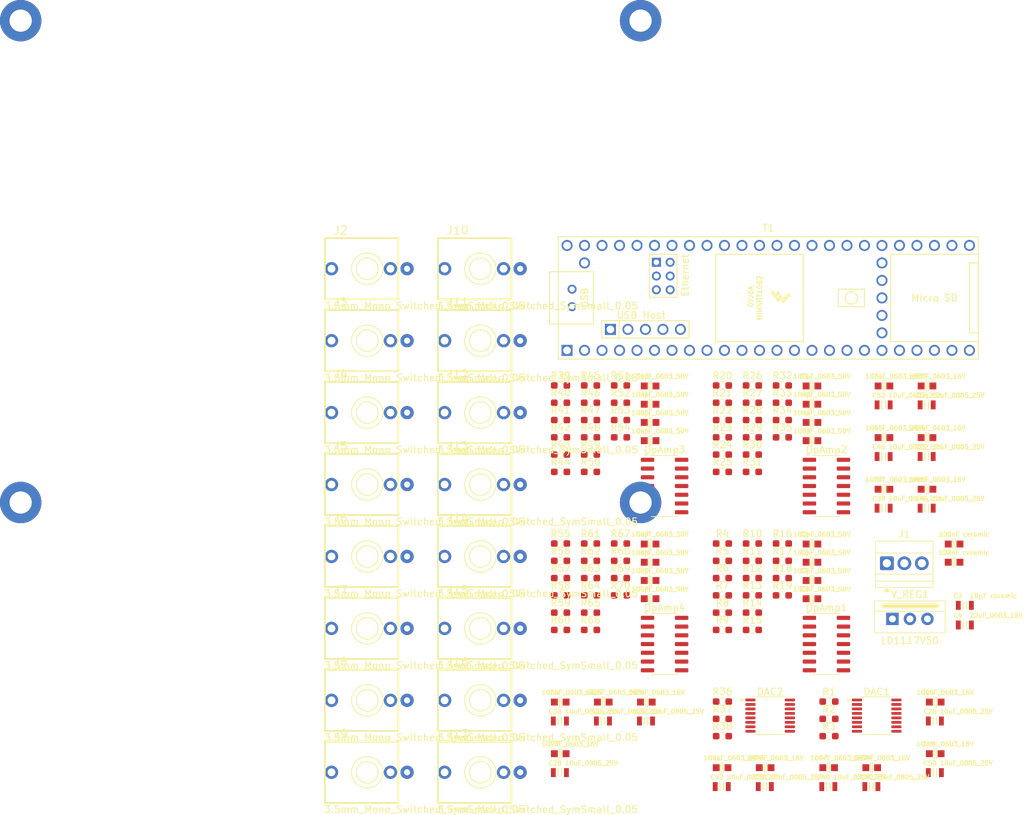
<source format=kicad_pcb>
(kicad_pcb (version 20241229) (generator "pcbnew") (generator_version "9.0")
  (title_block (comment 4 "AISLER Project ID: HGFIVOVR"))
  (layers (0 "F.Cu" signal) (2 "B.Cu" signal) (13 "F.Paste" user) (15 "B.Paste" user) (5 "F.SilkS" user "F.Silkscreen") (7 "B.SilkS" user "B.Silkscreen") (1 "F.Mask" user) (3 "B.Mask" user) (25 "Edge.Cuts" user))
  (net 0 "")
  (net 1 "+12V")
  (net 2 "Net-(V_REG1-VI)")
  (net 3 "GND")
  (net 4 "Net-(V_REG1-VO)")
  (net 5 "VCC")
  (net 6 "Net-(OpAmp1C-+)")
  (net 7 "Net-(OpAmp1A-+)")
  (net 8 "Net-(OpAmp1D-+)")
  (net 9 "Net-(OpAmp1B-+)")
  (net 10 "Net-(OpAmp2C-+)")
  (net 11 "Net-(OpAmp2A-+)")
  (net 12 "Net-(OpAmp2D-+)")
  (net 13 "Net-(OpAmp2B-+)")
  (net 14 "Net-(OpAmp3C-+)")
  (net 15 "Net-(OpAmp3A-+)")
  (net 16 "Net-(OpAmp3D-+)")
  (net 17 "Net-(OpAmp3B-+)")
  (net 18 "Net-(OpAmp4C-+)")
  (net 19 "Net-(OpAmp4A-+)")
  (net 20 "Net-(OpAmp4D-+)")
  (net 21 "Net-(OpAmp4B-+)")
  (net 22 "/DAC_MODULE/UNRIPPLE_MODULE1/UNRIPPLE")
  (net 23 "/DAC_MODULE/VLOGIC")
  (net 24 "/DAC_MODULE1/UNRIPPLE_MODULE1/UNRIPPLE")
  (net 25 "/DAC_MODULE/~{RESET}")
  (net 26 "/DAC_MODULE/~{CHIP_SELECT}")
  (net 27 "/DAC_MODULE1/~{CHIP_SELECT}")
  (net 28 "-12V")
  (net 29 "/DAC_MODULE/AMP_MODULE1/INPUT_3")
  (net 30 "/DAC_MODULE/AMP_MODULE1/INPUT_1")
  (net 31 "/DAC_MODULE/SCL")
  (net 32 "/DAC_MODULE/AMP_MODULE/INPUT_2")
  (net 33 "/DAC_MODULE/AMP_MODULE/INPUT_4")
  (net 34 "/DAC_MODULE/AMP_MODULE1/INPUT_2")
  (net 35 "/DAC_MODULE/SDA")
  (net 36 "/DAC_MODULE/AMP_MODULE/INPUT_3")
  (net 37 "/DAC_MODULE/AMP_MODULE/INPUT_1")
  (net 38 "/DAC_MODULE/AMP_MODULE1/INPUT_4")
  (net 39 "/DAC_MODULE1/AMP_MODULE1/INPUT_1")
  (net 40 "/DAC_MODULE1/AMP_MODULE1/INPUT_2")
  (net 41 "/DAC_MODULE1/SDA")
  (net 42 "/DAC_MODULE1/SCL")
  (net 43 "/DAC_MODULE1/AMP_MODULE/INPUT_4")
  (net 44 "/DAC_MODULE1/AMP_MODULE/INPUT_1")
  (net 45 "/DAC_MODULE1/AMP_MODULE1/INPUT_4")
  (net 46 "/DAC_MODULE1/AMP_MODULE/INPUT_3")
  (net 47 "/DAC_MODULE1/AMP_MODULE1/INPUT_3")
  (net 48 "/DAC_MODULE1/AMP_MODULE/INPUT_2")
  (net 49 "/DAC_MODULE1/OUTPUT_1")
  (net 52 "/DAC_MODULE1/OUTPUT_2")
  (net 54 "/DAC_MODULE1/OUTPUT_3")
  (net 55 "/DAC_MODULE1/OUTPUT_4")
  (net 58 "/DAC_MODULE1/OUTPUT_5")
  (net 59 "/DAC_MODULE1/OUTPUT_6")
  (net 62 "/DAC_MODULE1/OUTPUT_7")
  (net 64 "/DAC_MODULE1/OUTPUT_8")
  (net 65 "/DAC_MODULE/OUTPUT_1")
  (net 67 "/DAC_MODULE/OUTPUT_2")
  (net 70 "/DAC_MODULE/OUTPUT_3")
  (net 71 "/DAC_MODULE/OUTPUT_4")
  (net 74 "/DAC_MODULE/OUTPUT_5")
  (net 76 "/DAC_MODULE/OUTPUT_6")
  (net 77 "/DAC_MODULE/OUTPUT_7")
  (net 80 "/DAC_MODULE/OUTPUT_8")
  (net 81 "Net-(OpAmp1-Pad8)")
  (net 82 "Net-(OpAmp1D--)")
  (net 83 "Net-(OpAmp1-Pad1)")
  (net 84 "Net-(OpAmp1C--)")
  (net 85 "Net-(OpAmp1-Pad7)")
  (net 86 "Net-(OpAmp1A--)")
  (net 87 "Net-(OpAmp1B--)")
  (net 88 "Net-(OpAmp1-Pad14)")
  (net 89 "Net-(OpAmp2-Pad14)")
  (net 90 "Net-(OpAmp2-Pad8)")
  (net 91 "Net-(OpAmp2A--)")
  (net 92 "Net-(OpAmp2D--)")
  (net 93 "Net-(OpAmp2-Pad1)")
  (net 94 "Net-(OpAmp2B--)")
  (net 95 "Net-(OpAmp2C--)")
  (net 96 "Net-(OpAmp2-Pad7)")
  (net 97 "Net-(OpAmp3A--)")
  (net 98 "Net-(OpAmp3-Pad8)")
  (net 99 "Net-(OpAmp3B--)")
  (net 100 "Net-(OpAmp3-Pad7)")
  (net 101 "Net-(OpAmp3D--)")
  (net 102 "Net-(OpAmp3C--)")
  (net 103 "Net-(OpAmp3-Pad14)")
  (net 104 "Net-(OpAmp3-Pad1)")
  (net 105 "Net-(OpAmp4D--)")
  (net 106 "Net-(OpAmp4-Pad1)")
  (net 107 "Net-(OpAmp4-Pad8)")
  (net 108 "Net-(OpAmp4-Pad7)")
  (net 109 "Net-(OpAmp4-Pad14)")
  (net 110 "Net-(OpAmp4B--)")
  (net 111 "Net-(OpAmp4C--)")
  (net 112 "Net-(OpAmp4A--)")
  (footprint "Package_SO:SOIC-14_3.9x8.7mm_P1.27mm" (layer "F.Cu") (at 98.485 72.605)
    (property "Reference" "OpAmp3" (at 0 -5.28 0) (layer "F.SilkS"))
    (property "Value" "TL074")
    (pad "1" smd roundrect (at -2.475 -3.81) (size 1.95 0.6) (layers "F.Cu" "F.Mask" "F.Paste") (net 104 "Net-(OpAmp3-Pad1)"))
    (pad "2" smd roundrect (at -2.475 -2.54) (size 1.95 0.6) (layers "F.Cu" "F.Mask" "F.Paste") (net 97 "Net-(OpAmp3A--)"))
    (pad "3" smd roundrect (at -2.475 -1.27) (size 1.95 0.6) (layers "F.Cu" "F.Mask" "F.Paste") (net 15 "Net-(OpAmp3A-+)"))
    (pad "4" smd roundrect (at -2.475 0) (size 1.95 0.6) (layers "F.Cu" "F.Mask" "F.Paste") (net 1 "+12V"))
    (pad "5" smd roundrect (at -2.475 1.27) (size 1.95 0.6) (layers "F.Cu" "F.Mask" "F.Paste") (net 17 "Net-(OpAmp3B-+)"))
    (pad "6" smd roundrect (at -2.475 2.54) (size 1.95 0.6) (layers "F.Cu" "F.Mask" "F.Paste") (net 99 "Net-(OpAmp3B--)"))
    (pad "7" smd roundrect (at -2.475 3.81) (size 1.95 0.6) (layers "F.Cu" "F.Mask" "F.Paste") (net 100 "Net-(OpAmp3-Pad7)"))
    (pad "8" smd roundrect (at 2.475 3.81) (size 1.95 0.6) (layers "F.Cu" "F.Mask" "F.Paste") (net 98 "Net-(OpAmp3-Pad8)"))
    (pad "9" smd roundrect (at 2.475 2.54) (size 1.95 0.6) (layers "F.Cu" "F.Mask" "F.Paste") (net 102 "Net-(OpAmp3C--)"))
    (pad "10" smd roundrect (at 2.475 1.27) (size 1.95 0.6) (layers "F.Cu" "F.Mask" "F.Paste") (net 14 "Net-(OpAmp3C-+)"))
    (pad "11" smd roundrect (at 2.475 0) (size 1.95 0.6) (layers "F.Cu" "F.Mask" "F.Paste") (net 28 "-12V"))
    (pad "12" smd roundrect (at 2.475 -1.27) (size 1.95 0.6) (layers "F.Cu" "F.Mask" "F.Paste") (net 16 "Net-(OpAmp3D-+)"))
    (pad "13" smd roundrect (at 2.475 -2.54) (size 1.95 0.6) (layers "F.Cu" "F.Mask" "F.Paste") (net 101 "Net-(OpAmp3D--)"))
    (pad "14" smd roundrect (at 2.475 -3.81) (size 1.95 0.6) (layers "F.Cu" "F.Mask" "F.Paste") (net 103 "Net-(OpAmp3-Pad14)"))
  )
  (footprint "Resistor_SMD:R_0603_1608Metric_Pad0.98x0.95mm_HandSolder" (layer "F.Cu") (at 87.735 58)
    (property "Reference" "R45" (at 0 -1.43 0) (layer "F.SilkS"))
    (property "Value" "220Ω")
    (pad "1" smd roundrect (at -0.9125 0) (size 0.975 0.95) (layers "F.Cu" "F.Mask" "F.Paste") (net 104 "Net-(OpAmp3-Pad1)"))
    (pad "2" smd roundrect (at 0.9125 0) (size 0.975 0.95) (layers "F.Cu" "F.Mask" "F.Paste") (net 49 "/DAC_MODULE1/OUTPUT_1"))
  )
  (footprint "Resistor_SMD:R_0603_1608Metric_Pad0.98x0.95mm_HandSolder" (layer "F.Cu") (at 106.885 70.55)
    (property "Reference" "R25" (at 0 -1.43 0) (layer "F.SilkS"))
    (property "Value" "47k")
    (pad "1" smd roundrect (at -0.9125 0) (size 0.975 0.95) (layers "F.Cu" "F.Mask" "F.Paste") (net 95 "Net-(OpAmp2C--)"))
    (pad "2" smd roundrect (at 0.9125 0) (size 0.975 0.95) (layers "F.Cu" "F.Mask" "F.Paste") (net 90 "Net-(OpAmp2-Pad8)"))
  )
  (footprint "PCM_4ms_Capacitor:C_0603" (layer "F.Cu") (at 140.515 83.68)
    (property "Reference" "C3" (at -1.11 -1.4 0) (layer "F.SilkS") (effects (font (size 0.65 0.65))))
    (property "Value" "100nF ceramic" (at 1.44 -1.4 0) (layer "F.SilkS") (effects (font (size 0.65 0.65))))
    (pad "1" smd rect (at -0.85 0) (size 1 1) (layers "F.Cu" "F.Mask" "F.Paste") (net 3 "GND"))
    (pad "2" smd rect (at 0.85 0) (size 1 1) (layers "F.Cu" "F.Mask" "F.Paste") (net 4 "Net-(V_REG1-VO)"))
  )
  (footprint "Resistor_SMD:R_0603_1608Metric_Pad0.98x0.95mm_HandSolder" (layer "F.Cu") (at 83.385 58)
    (property "Reference" "R39" (at 0 -1.43 0) (layer "F.SilkS"))
    (property "Value" "1k")
    (pad "1" smd roundrect (at -0.9125 0) (size 0.975 0.95) (layers "F.Cu" "F.Mask" "F.Paste") (net 46 "/DAC_MODULE1/AMP_MODULE/INPUT_3"))
    (pad "2" smd roundrect (at 0.9125 0) (size 0.975 0.95) (layers "F.Cu" "F.Mask" "F.Paste") (net 14 "Net-(OpAmp3C-+)"))
  )
  (footprint "Resistor_SMD:R_0603_1608Metric_Pad0.98x0.95mm_HandSolder" (layer "F.Cu") (at 87.735 70.55)
    (property "Reference" "R50" (at 0 -1.43 0) (layer "F.SilkS"))
    (property "Value" "47k")
    (pad "1" smd roundrect (at -0.9125 0) (size 0.975 0.95) (layers "F.Cu" "F.Mask" "F.Paste") (net 99 "Net-(OpAmp3B--)"))
    (pad "2" smd roundrect (at 0.9125 0) (size 0.975 0.95) (layers "F.Cu" "F.Mask" "F.Paste") (net 3 "GND"))
  )
  (footprint "Resistor_SMD:R_0603_1608Metric_Pad0.98x0.95mm_HandSolder" (layer "F.Cu") (at 87.735 85.98)
    (property "Reference" "R63" (at 0 -1.43 0) (layer "F.SilkS"))
    (property "Value" "1k")
    (pad "1" smd roundrect (at -0.9125 0) (size 0.975 0.95) (layers "F.Cu" "F.Mask" "F.Paste") (net 45 "/DAC_MODULE1/AMP_MODULE1/INPUT_4"))
    (pad "2" smd roundrect (at 0.9125 0) (size 0.975 0.95) (layers "F.Cu" "F.Mask" "F.Paste") (net 20 "Net-(OpAmp4D-+)"))
  )
  (footprint "Resistor_SMD:R_0603_1608Metric_Pad0.98x0.95mm_HandSolder" (layer "F.Cu") (at 122.355 108.94)
    (property "Reference" "R3" (at 0 -1.43 0) (layer "F.SilkS"))
    (property "Value" "4.7k")
    (pad "1" smd roundrect (at -0.9125 0) (size 0.975 0.95) (layers "F.Cu" "F.Mask" "F.Paste") (net 5 "VCC"))
    (pad "2" smd roundrect (at 0.9125 0) (size 0.975 0.95) (layers "F.Cu" "F.Mask" "F.Paste") (net 31 "/DAC_MODULE/SCL"))
  )
  (footprint "PCM_4ms_Capacitor:C_0603" (layer "F.Cu") (at 119.885 66.02)
    (property "Reference" "C12" (at -1.11 -1.4 0) (layer "F.SilkS") (effects (font (size 0.65 0.65))))
    (property "Value" "100pF_0603_50V" (at 1.44 -1.4 0) (layer "F.SilkS") (effects (font (size 0.65 0.65))))
    (pad "1" smd rect (at -0.85 0) (size 1 1) (layers "F.Cu" "F.Mask" "F.Paste") (net 3 "GND"))
    (pad "2" smd rect (at 0.85 0) (size 1 1) (layers "F.Cu" "F.Mask" "F.Paste") (net 13 "Net-(OpAmp2B-+)"))
  )
  (footprint "Resistor_SMD:R_0603_1608Metric_Pad0.98x0.95mm_HandSolder" (layer "F.Cu") (at 115.585 65.53)
    (property "Reference" "R35" (at 0 -1.43 0) (layer "F.SilkS"))
    (property "Value" "220Ω")
    (pad "1" smd roundrect (at -0.9125 0) (size 0.975 0.95) (layers "F.Cu" "F.Mask" "F.Paste") (net 89 "Net-(OpAmp2-Pad14)"))
    (pad "2" smd roundrect (at 0.9125 0) (size 0.975 0.95) (layers "F.Cu" "F.Mask" "F.Paste") (net 71 "/DAC_MODULE/OUTPUT_4"))
  )
  (footprint "Resistor_SMD:R_0603_1608Metric_Pad0.98x0.95mm_HandSolder" (layer "F.Cu") (at 83.385 91)
    (property "Reference" "R59" (at 0 -1.43 0) (layer "F.SilkS"))
    (property "Value" "47k")
    (pad "1" smd roundrect (at -0.9125 0) (size 0.975 0.95) (layers "F.Cu" "F.Mask" "F.Paste") (net 112 "Net-(OpAmp4A--)"))
    (pad "2" smd roundrect (at 0.9125 0) (size 0.975 0.95) (layers "F.Cu" "F.Mask" "F.Paste") (net 106 "Net-(OpAmp4-Pad1)"))
  )
  (footprint "Resistor_SMD:R_0603_1608Metric_Pad0.98x0.95mm_HandSolder" (layer "F.Cu") (at 83.385 88.49)
    (property "Reference" "R58" (at 0 -1.43 0) (layer "F.SilkS"))
    (property "Value" "47k")
    (pad "1" smd roundrect (at -0.9125 0) (size 0.975 0.95) (layers "F.Cu" "F.Mask" "F.Paste") (net 112 "Net-(OpAmp4A--)"))
    (pad "2" smd roundrect (at 0.9125 0) (size 0.975 0.95) (layers "F.Cu" "F.Mask" "F.Paste") (net 3 "GND"))
  )
  (footprint "PCM_4ms_Capacitor:C_0603" (layer "F.Cu") (at 130.335 58.07)
    (property "Reference" "C51" (at -1.11 -1.4 0) (layer "F.SilkS") (effects (font (size 0.65 0.65))))
    (property "Value" "100nF_0603_16V" (at 1.44 -1.4 0) (layer "F.SilkS") (effects (font (size 0.65 0.65))))
    (pad "1" smd rect (at -0.85 0) (size 1 1) (layers "F.Cu" "F.Mask" "F.Paste") (net 23 "/DAC_MODULE/VLOGIC"))
    (pad "2" smd rect (at 0.85 0) (size 1 1) (layers "F.Cu" "F.Mask" "F.Paste") (net 3 "GND"))
  )
  (footprint "Resistor_SMD:R_0603_1608Metric_Pad0.98x0.95mm_HandSolder" (layer "F.Cu") (at 87.735 88.49)
    (property "Reference" "R64" (at 0 -1.43 0) (layer "F.SilkS"))
    (property "Value" "1k")
    (pad "1" smd roundrect (at -0.9125 0) (size 0.975 0.95) (layers "F.Cu" "F.Mask" "F.Paste") (net 40 "/DAC_MODULE1/AMP_MODULE1/INPUT_2"))
    (pad "2" smd roundrect (at 0.9125 0) (size 0.975 0.95) (layers "F.Cu" "F.Mask" "F.Paste") (net 21 "Net-(OpAmp4B-+)"))
  )
  (footprint "Package_SO:SOIC-14_3.9x8.7mm_P1.27mm" (layer "F.Cu") (at 98.485 95.565)
    (property "Reference" "OpAmp4" (at 0 -5.28 0) (layer "F.SilkS"))
    (property "Value" "TL074")
    (pad "1" smd roundrect (at -2.475 -3.81) (size 1.95 0.6) (layers "F.Cu" "F.Mask" "F.Paste") (net 106 "Net-(OpAmp4-Pad1)"))
    (pad "2" smd roundrect (at -2.475 -2.54) (size 1.95 0.6) (layers "F.Cu" "F.Mask" "F.Paste") (net 112 "Net-(OpAmp4A--)"))
    (pad "3" smd roundrect (at -2.475 -1.27) (size 1.95 0.6) (layers "F.Cu" "F.Mask" "F.Paste") (net 19 "Net-(OpAmp4A-+)"))
    (pad "4" smd roundrect (at -2.475 0) (size 1.95 0.6) (layers "F.Cu" "F.Mask" "F.Paste") (net 1 "+12V"))
    (pad "5" smd roundrect (at -2.475 1.27) (size 1.95 0.6) (layers "F.Cu" "F.Mask" "F.Paste") (net 21 "Net-(OpAmp4B-+)"))
    (pad "6" smd roundrect (at -2.475 2.54) (size 1.95 0.6) (layers "F.Cu" "F.Mask" "F.Paste") (net 110 "Net-(OpAmp4B--)"))
    (pad "7" smd roundrect (at -2.475 3.81) (size 1.95 0.6) (layers "F.Cu" "F.Mask" "F.Paste") (net 108 "Net-(OpAmp4-Pad7)"))
    (pad "8" smd roundrect (at 2.475 3.81) (size 1.95 0.6) (layers "F.Cu" "F.Mask" "F.Paste") (net 107 "Net-(OpAmp4-Pad8)"))
    (pad "9" smd roundrect (at 2.475 2.54) (size 1.95 0.6) (layers "F.Cu" "F.Mask" "F.Paste") (net 111 "Net-(OpAmp4C--)"))
    (pad "10" smd roundrect (at 2.475 1.27) (size 1.95 0.6) (layers "F.Cu" "F.Mask" "F.Paste") (net 18 "Net-(OpAmp4C-+)"))
    (pad "11" smd roundrect (at 2.475 0) (size 1.95 0.6) (layers "F.Cu" "F.Mask" "F.Paste") (net 28 "-12V"))
    (pad "12" smd roundrect (at 2.475 -1.27) (size 1.95 0.6) (layers "F.Cu" "F.Mask" "F.Paste") (net 20 "Net-(OpAmp4D-+)"))
    (pad "13" smd roundrect (at 2.475 -2.54) (size 1.95 0.6) (layers "F.Cu" "F.Mask" "F.Paste") (net 105 "Net-(OpAmp4D--)"))
    (pad "14" smd roundrect (at 2.475 -3.81) (size 1.95 0.6) (layers "F.Cu" "F.Mask" "F.Paste") (net 109 "Net-(OpAmp4-Pad14)"))
  )
  (footprint "Resistor_SMD:R_0603_1608Metric_Pad0.98x0.95mm_HandSolder" (layer "F.Cu") (at 111.235 60.51)
    (property "Reference" "R27" (at 0 -1.43 0) (layer "F.SilkS"))
    (property "Value" "220Ω")
    (pad "1" smd roundrect (at -0.9125 0) (size 0.975 0.95) (layers "F.Cu" "F.Mask" "F.Paste") (net 90 "Net-(OpAmp2-Pad8)"))
    (pad "2" smd roundrect (at 0.9125 0) (size 0.975 0.95) (layers "F.Cu" "F.Mask" "F.Paste") (net 70 "/DAC_MODULE/OUTPUT_3"))
  )
  (footprint "Resistor_SMD:R_0603_1608Metric_Pad0.98x0.95mm_HandSolder" (layer "F.Cu") (at 106.885 93.51)
    (property "Reference" "R9" (at 0 -1.43 0) (layer "F.SilkS"))
    (property "Value" "47k")
    (pad "1" smd roundrect (at -0.9125 0) (size 0.975 0.95) (layers "F.Cu" "F.Mask" "F.Paste") (net 84 "Net-(OpAmp1C--)"))
    (pad "2" smd roundrect (at 0.9125 0) (size 0.975 0.95) (layers "F.Cu" "F.Mask" "F.Paste") (net 81 "Net-(OpAmp1-Pad8)"))
  )
  (footprint "PCM_4ms_Capacitor:C_0603" (layer "F.Cu") (at 96.385 60.72)
    (property "Reference" "C14" (at -1.11 -1.4 0) (layer "F.SilkS") (effects (font (size 0.65 0.65))))
    (property "Value" "100pF_0603_50V" (at 1.44 -1.4 0) (layer "F.SilkS") (effects (font (size 0.65 0.65))))
    (pad "1" smd rect (at -0.85 0) (size 1 1) (layers "F.Cu" "F.Mask" "F.Paste") (net 3 "GND"))
    (pad "2" smd rect (at 0.85 0) (size 1 1) (layers "F.Cu" "F.Mask" "F.Paste") (net 15 "Net-(OpAmp3A-+)"))
  )
  (footprint "Resistor_SMD:R_0603_1608Metric_Pad0.98x0.95mm_HandSolder" (layer "F.Cu") (at 106.885 65.53)
    (property "Reference" "R23" (at 0 -1.43 0) (layer "F.SilkS"))
    (property "Value" "47k")
    (pad "1" smd roundrect (at -0.9125 0) (size 0.975 0.95) (layers "F.Cu" "F.Mask" "F.Paste") (net 91 "Net-(OpAmp2A--)"))
    (pad "2" smd roundrect (at 0.9125 0) (size 0.975 0.95) (layers "F.Cu" "F.Mask" "F.Paste") (net 3 "GND"))
  )
  (footprint "Package_SO:TSSOP-16_4.4x5mm_P0.65mm" (layer "F.Cu") (at 129.28 105.96)
    (property "Reference" "DAC1" (at 0 -3.45 0) (layer "F.SilkS"))
    (property "Value" "AD5593R")
    (pad "1" smd roundrect (at -2.8625 -2.275) (size 1.475 0.4) (layers "F.Cu" "F.Mask" "F.Paste") (net 25 "/DAC_MODULE/~{RESET}"))
    (pad "2" smd roundrect (at -2.8625 -1.625) (size 1.475 0.4) (layers "F.Cu" "F.Mask" "F.Paste") (net 26 "/DAC_MODULE/~{CHIP_SELECT}"))
    (pad "3" smd roundrect (at -2.8625 -0.975) (size 1.475 0.4) (layers "F.Cu" "F.Mask" "F.Paste") (net 5 "VCC"))
    (pad "4" smd roundrect (at -2.8625 -0.325) (size 1.475 0.4) (layers "F.Cu" "F.Mask" "F.Paste") (net 37 "/DAC_MODULE/AMP_MODULE/INPUT_1"))
    (pad "5" smd roundrect (at -2.8625 0.325) (size 1.475 0.4) (layers "F.Cu" "F.Mask" "F.Paste") (net 32 "/DAC_MODULE/AMP_MODULE/INPUT_2"))
    (pad "6" smd roundrect (at -2.8625 0.975) (size 1.475 0.4) (layers "F.Cu" "F.Mask" "F.Paste") (net 36 "/DAC_MODULE/AMP_MODULE/INPUT_3"))
    (pad "7" smd roundrect (at -2.8625 1.625) (size 1.475 0.4) (layers "F.Cu" "F.Mask" "F.Paste") (net 33 "/DAC_MODULE/AMP_MODULE/INPUT_4"))
    (pad "8" smd roundrect (at -2.8625 2.275) (size 1.475 0.4) (layers "F.Cu" "F.Mask" "F.Paste") (net 22 "/DAC_MODULE/UNRIPPLE_MODULE1/UNRIPPLE"))
    (pad "9" smd roundrect (at 2.8625 2.275) (size 1.475 0.4) (layers "F.Cu" "F.Mask" "F.Paste") (net 23 "/DAC_MODULE/VLOGIC"))
    (pad "10" smd roundrect (at 2.8625 1.625) (size 1.475 0.4) (layers "F.Cu" "F.Mask" "F.Paste") (net 30 "/DAC_MODULE/AMP_MODULE1/INPUT_1"))
    (pad "11" smd roundrect (at 2.8625 0.975) (size 1.475 0.4) (layers "F.Cu" "F.Mask" "F.Paste") (net 34 "/DAC_MODULE/AMP_MODULE1/INPUT_2"))
    (pad "12" smd roundrect (at 2.8625 0.325) (size 1.475 0.4) (layers "F.Cu" "F.Mask" "F.Paste") (net 29 "/DAC_MODULE/AMP_MODULE1/INPUT_3"))
    (pad "13" smd roundrect (at 2.8625 -0.325) (size 1.475 0.4) (layers "F.Cu" "F.Mask" "F.Paste") (net 38 "/DAC_MODULE/AMP_MODULE1/INPUT_4"))
    (pad "14" smd roundrect (at 2.8625 -0.975) (size 1.475 0.4) (layers "F.Cu" "F.Mask" "F.Paste") (net 3 "GND"))
    (pad "15" smd roundrect (at 2.8625 -1.625) (size 1.475 0.4) (layers "F.Cu" "F.Mask" "F.Paste") (net 31 "/DAC_MODULE/SCL"))
    (pad "16" smd roundrect (at 2.8625 -2.275) (size 1.475 0.4) (layers "F.Cu" "F.Mask" "F.Paste") (net 35 "/DAC_MODULE/SDA"))
  )
  (footprint "PCM_4ms_Capacitor:C_0805" (layer "F.Cu") (at 137.725 114.24)
    (property "Reference" "C50" (at -1.74 -1 0) (layer "F.SilkS") (effects (font (size 0.65 0.65)) (justify left bottom)))
    (property "Value" "10uF_0805_25V" (at 0.64 -1 0) (layer "F.SilkS") (effects (font (size 0.65 0.65)) (justify left bottom)))
    (pad "1" smd rect (at -0.95 0) (size 0.7 1.3) (layers "F.Cu" "F.Mask" "F.Paste") (net 28 "-12V"))
    (pad "2" smd rect (at 0.95 0) (size 0.7 1.3) (layers "F.Cu" "F.Mask" "F.Paste") (net 3 "GND"))
  )
  (footprint "PCM_4ms_Capacitor:C_0805" (layer "F.Cu") (at 83.285 114.24)
    (property "Reference" "C28" (at -1.74 -1 0) (layer "F.SilkS") (effects (font (size 0.65 0.65)) (justify left bottom)))
    (property "Value" "10uF_0805_25V" (at 0.64 -1 0) (layer "F.SilkS") (effects (font (size 0.65 0.65)) (justify left bottom)))
    (pad "1" smd rect (at -0.95 0) (size 0.7 1.3) (layers "F.Cu" "F.Mask" "F.Paste") (net 25 "/DAC_MODULE/~{RESET}"))
    (pad "2" smd rect (at 0.95 0) (size 0.7 1.3) (layers "F.Cu" "F.Mask" "F.Paste") (net 3 "GND"))
  )
  (footprint "Resistor_SMD:R_0603_1608Metric_Pad0.98x0.95mm_HandSolder" (layer "F.Cu") (at 106.885 83.47)
    (property "Reference" "R5" (at 0 -1.43 0) (layer "F.SilkS"))
    (property "Value" "1k")
    (pad "1" smd roundrect (at -0.9125 0) (size 0.975 0.95) (layers "F.Cu" "F.Mask" "F.Paste") (net 30 "/DAC_MODULE/AMP_MODULE1/INPUT_1"))
    (pad "2" smd roundrect (at 0.9125 0) (size 0.975 0.95) (layers "F.Cu" "F.Mask" "F.Paste") (net 7 "Net-(OpAmp1A-+)"))
  )
  (footprint "Resistor_SMD:R_0603_1608Metric_Pad0.98x0.95mm_HandSolder" (layer "F.Cu") (at 83.385 63.02)
    (property "Reference" "R41" (at 0 -1.43 0) (layer "F.SilkS"))
    (property "Value" "47k")
    (pad "1" smd roundrect (at -0.9125 0) (size 0.975 0.95) (layers "F.Cu" "F.Mask" "F.Paste") (net 102 "Net-(OpAmp3C--)"))
    (pad "2" smd roundrect (at 0.9125 0) (size 0.975 0.95) (layers "F.Cu" "F.Mask" "F.Paste") (net 3 "GND"))
  )
  (footprint "Resistor_SMD:R_0603_1608Metric_Pad0.98x0.95mm_HandSolder" (layer "F.Cu") (at 111.235 91)
    (property "Reference" "R14" (at 0 -1.43 0) (layer "F.SilkS"))
    (property "Value" "47k")
    (pad "1" smd roundrect (at -0.9125 0) (size 0.975 0.95) (layers "F.Cu" "F.Mask" "F.Paste") (net 82 "Net-(OpAmp1D--)"))
    (pad "2" smd roundrect (at 0.9125 0) (size 0.975 0.95) (layers "F.Cu" "F.Mask" "F.Paste") (net 3 "GND"))
  )
  (footprint "PCM_4ms_Capacitor:C_0603" (layer "F.Cu") (at 83.335 111.49)
    (property "Reference" "C27" (at -1.11 -1.4 0) (layer "F.SilkS") (effects (font (size 0.65 0.65))))
    (property "Value" "100nF_0603_16V" (at 1.44 -1.4 0) (layer "F.SilkS") (effects (font (size 0.65 0.65))))
    (pad "1" smd rect (at -0.85 0) (size 1 1) (layers "F.Cu" "F.Mask" "F.Paste") (net 25 "/DAC_MODULE/~{RESET}"))
    (pad "2" smd rect (at 0.85 0) (size 1 1) (layers "F.Cu" "F.Mask" "F.Paste") (net 3 "GND"))
  )
  (footprint "PCM_4ms_Capacitor:C_0603" (layer "F.Cu") (at 119.885 81.03)
    (property "Reference" "C5" (at -1.11 -1.4 0) (layer "F.SilkS") (effects (font (size 0.65 0.65))))
    (property "Value" "100pF_0603_50V" (at 1.44 -1.4 0) (layer "F.SilkS") (effects (font (size 0.65 0.65))))
    (pad "1" smd rect (at -0.85 0) (size 1 1) (layers "F.Cu" "F.Mask" "F.Paste") (net 3 "GND"))
    (pad "2" smd rect (at 0.85 0) (size 1 1) (layers "F.Cu" "F.Mask" "F.Paste") (net 6 "Net-(OpAmp1C-+)"))
  )
  (footprint "Package_SO:SOIC-14_3.9x8.7mm_P1.27mm" (layer "F.Cu") (at 121.985 95.565)
    (property "Reference" "OpAmp1" (at 0 -5.28 0) (layer "F.SilkS"))
    (property "Value" "TL074")
    (pad "1" smd roundrect (at -2.475 -3.81) (size 1.95 0.6) (layers "F.Cu" "F.Mask" "F.Paste") (net 83 "Net-(OpAmp1-Pad1)"))
    (pad "2" smd roundrect (at -2.475 -2.54) (size 1.95 0.6) (layers "F.Cu" "F.Mask" "F.Paste") (net 86 "Net-(OpAmp1A--)"))
    (pad "3" smd roundrect (at -2.475 -1.27) (size 1.95 0.6) (layers "F.Cu" "F.Mask" "F.Paste") (net 7 "Net-(OpAmp1A-+)"))
    (pad "4" smd roundrect (at -2.475 0) (size 1.95 0.6) (layers "F.Cu" "F.Mask" "F.Paste") (net 1 "+12V"))
    (pad "5" smd roundrect (at -2.475 1.27) (size 1.95 0.6) (layers "F.Cu" "F.Mask" "F.Paste") (net 9 "Net-(OpAmp1B-+)"))
    (pad "6" smd roundrect (at -2.475 2.54) (size 1.95 0.6) (layers "F.Cu" "F.Mask" "F.Paste") (net 87 "Net-(OpAmp1B--)"))
    (pad "7" smd roundrect (at -2.475 3.81) (size 1.95 0.6) (layers "F.Cu" "F.Mask" "F.Paste") (net 85 "Net-(OpAmp1-Pad7)"))
    (pad "8" smd roundrect (at 2.475 3.81) (size 1.95 0.6) (layers "F.Cu" "F.Mask" "F.Paste") (net 81 "Net-(OpAmp1-Pad8)"))
    (pad "9" smd roundrect (at 2.475 2.54) (size 1.95 0.6) (layers "F.Cu" "F.Mask" "F.Paste") (net 84 "Net-(OpAmp1C--)"))
    (pad "10" smd roundrect (at 2.475 1.27) (size 1.95 0.6) (layers "F.Cu" "F.Mask" "F.Paste") (net 6 "Net-(OpAmp1C-+)"))
    (pad "11" smd roundrect (at 2.475 0) (size 1.95 0.6) (layers "F.Cu" "F.Mask" "F.Paste") (net 28 "-12V"))
    (pad "12" smd roundrect (at 2.475 -1.27) (size 1.95 0.6) (layers "F.Cu" "F.Mask" "F.Paste") (net 8 "Net-(OpAmp1D-+)"))
    (pad "13" smd roundrect (at 2.475 -2.54) (size 1.95 0.6) (layers "F.Cu" "F.Mask" "F.Paste") (net 82 "Net-(OpAmp1D--)"))
    (pad "14" smd roundrect (at 2.475 -3.81) (size 1.95 0.6) (layers "F.Cu" "F.Mask" "F.Paste") (net 88 "Net-(OpAmp1-Pad14)"))
  )
  (footprint "PCM_4ms_Capacitor:C_0805" (layer "F.Cu") (at 106.785 116.27)
    (property "Reference" "C42" (at -1.74 -1 0) (layer "F.SilkS") (effects (font (size 0.65 0.65)) (justify left bottom)))
    (property "Value" "10uF_0805_25V" (at 0.64 -1 0) (layer "F.SilkS") (effects (font (size 0.65 0.65)) (justify left bottom)))
    (pad "1" smd rect (at -0.95 0) (size 0.7 1.3) (layers "F.Cu" "F.Mask" "F.Paste") (net 1 "+12V"))
    (pad "2" smd rect (at 0.95 0) (size 0.7 1.3) (layers "F.Cu" "F.Mask" "F.Paste") (net 3 "GND"))
  )
  (footprint "PCM_4ms_Capacitor:C_0603" (layer "F.Cu") (at 96.385 58.07)
    (property "Reference" "C13" (at -1.11 -1.4 0) (layer "F.SilkS") (effects (font (size 0.65 0.65))))
    (property "Value" "100pF_0603_50V" (at 1.44 -1.4 0) (layer "F.SilkS") (effects (font (size 0.65 0.65))))
    (pad "1" smd rect (at -0.85 0) (size 1 1) (layers "F.Cu" "F.Mask" "F.Paste") (net 3 "GND"))
    (pad "2" smd rect (at 0.85 0) (size 1 1) (layers "F.Cu" "F.Mask" "F.Paste") (net 14 "Net-(OpAmp3C-+)"))
  )
  (footprint "PCM_4ms_Capacitor:C_0603" (layer "F.Cu") (at 119.885 88.98)
    (property "Reference" "C8" (at -1.11 -1.4 0) (layer "F.SilkS") (effects (font (size 0.65 0.65))))
    (property "Value" "100pF_0603_50V" (at 1.44 -1.4 0) (layer "F.SilkS") (effects (font (size 0.65 0.65))))
    (pad "1" smd rect (at -0.85 0) (size 1 1) (layers "F.Cu" "F.Mask" "F.Paste") (net 3 "GND"))
    (pad "2" smd rect (at 0.85 0) (size 1 1) (layers "F.Cu" "F.Mask" "F.Paste") (net 9 "Net-(OpAmp1B-+)"))
  )
  (footprint "PCM_4ms_Capacitor:C_0805" (layer "F.Cu") (at 142.075 89.94)
    (property "Reference" "C2" (at -1.74 -1 0) (layer "F.SilkS") (effects (font (size 0.65 0.65)) (justify left bottom)))
    (property "Value" "10µF ceramic" (at 0.64 -1 0) (layer "F.SilkS") (effects (font (size 0.65 0.65)) (justify left bottom)))
    (pad "1" smd rect (at -0.95 0) (size 0.7 1.3) (layers "F.Cu" "F.Mask" "F.Paste") (net 2 "Net-(V_REG1-VI)"))
    (pad "2" smd rect (at 0.95 0) (size 0.7 1.3) (layers "F.Cu" "F.Mask" "F.Paste") (net 3 "GND"))
  )
  (footprint "PCM_4ms_Jack:EighthInch_PJ398SM" (layer "F.Cu") (at 55.335 51.49)
    (property "Reference" "J3" (at -5.0172 -4.866 0) (layer "F.SilkS") (effects (font (size 1.2065 1.2065) (thickness 0.1524)) (justify left bottom)))
    (property "Value" "3.5mm_Mono_Switched_SymSmall_0.05" (at -6.375 5.975 0) (layer "F.SilkS") (effects (justify left bottom)))
    (pad "1" thru_hole circle (at -5.207 0) (size 1.9304 1.9304) (drill 1.143) (layers "*.Cu" "*.Mask") (net 52 "/DAC_MODULE1/OUTPUT_2"))
    (pad "2" thru_hole circle (at 5.7658 0) (size 1.9304 1.9304) (drill 0.889) (layers "*.Cu" "*.Mask") (net 3 "GND"))
    (pad "3" thru_hole circle (at 3.3528 0) (size 1.9304 1.9304) (drill 1.143) (layers "*.Cu" "*.Mask"))
  )
  (footprint "Resistor_SMD:R_0603_1608Metric_Pad0.98x0.95mm_HandSolder" (layer "F.Cu") (at 115.585 58)
    (property "Reference" "R32" (at 0 -1.43 0) (layer "F.SilkS"))
    (property "Value" "47k")
    (pad "1" smd roundrect (at -0.9125 0) (size 0.975 0.95) (layers "F.Cu" "F.Mask" "F.Paste") (net 94 "Net-(OpAmp2B--)"))
    (pad "2" smd roundrect (at 0.9125 0) (size 0.975 0.95) (layers "F.Cu" "F.Mask" "F.Paste") (net 96 "Net-(OpAmp2-Pad7)"))
  )
  (footprint "Resistor_SMD:R_0603_1608Metric_Pad0.98x0.95mm_HandSolder" (layer "F.Cu") (at 92.085 85.98)
    (property "Reference" "R69" (at 0 -1.43 0) (layer "F.SilkS"))
    (property "Value" "220Ω")
    (pad "1" smd roundrect (at -0.9125 0) (size 0.975 0.95) (layers "F.Cu" "F.Mask" "F.Paste") (net 108 "Net-(OpAmp4-Pad7)"))
    (pad "2" smd roundrect (at 0.9125 0) (size 0.975 0.95) (layers "F.Cu" "F.Mask" "F.Paste") (net 59 "/DAC_MODULE1/OUTPUT_6"))
  )
  (footprint "Resistor_SMD:R_0603_1608Metric_Pad0.98x0.95mm_HandSolder" (layer "F.Cu") (at 106.885 58)
    (property "Reference" "R20" (at 0 -1.43 0) (layer "F.SilkS"))
    (property "Value" "1k")
    (pad "1" smd roundrect (at -0.9125 0) (size 0.975 0.95) (layers "F.Cu" "F.Mask" "F.Paste") (net 36 "/DAC_MODULE/AMP_MODULE/INPUT_3"))
    (pad "2" smd roundrect (at 0.9125 0) (size 0.975 0.95) (layers "F.Cu" "F.Mask" "F.Paste") (net 10 "Net-(OpAmp2C-+)"))
  )
  (footprint "PCM_4ms_Capacitor:C_0603" (layer "F.Cu") (at 96.385 83.68)
    (property "Reference" "C18" (at -1.11 -1.4 0) (layer "F.SilkS") (effects (font (size 0.65 0.65))))
    (property "Value" "100pF_0603_50V" (at 1.44 -1.4 0) (layer "F.SilkS") (effects (font (size 0.65 0.65))))
    (pad "1" smd rect (at -0.85 0) (size 1 1) (layers "F.Cu" "F.Mask" "F.Paste") (net 3 "GND"))
    (pad "2" smd rect (at 0.85 0) (size 1 1) (layers "F.Cu" "F.Mask" "F.Paste") (net 19 "Net-(OpAmp4A-+)"))
  )
  (footprint "PCM_4ms_Package_TO:TO-220-3_Vertical" (layer "F.Cu") (at 134.105 91.91)
    (property "Reference" "V_REG1" (at 0 -3.55 0) (layer "F.SilkS"))
    (property "Value" "LD1117V50" (at 0 3.15 0) (layer "F.SilkS"))
    (pad "1" thru_hole rect (at -2.54 0) (size 1.8 1.8) (drill 1) (layers "*.Cu" "*.Mask") (net 3 "GND"))
    (pad "2" thru_hole oval (at 0 0) (size 1.8 1.8) (drill 1) (layers "*.Cu" "*.Mask") (net 4 "Net-(V_REG1-VO)"))
    (pad "3" thru_hole oval (at 2.54 0) (size 1.8 1.8) (drill 1) (layers "*.Cu" "*.Mask") (net 2 "Net-(V_REG1-VI)"))
  )
  (footprint "Resistor_SMD:R_0603_1608Metric_Pad0.98x0.95mm_HandSolder" (layer "F.Cu") (at 106.885 63.02)
    (property "Reference" "R22" (at 0 -1.43 0) (layer "F.SilkS"))
    (property "Value" "47k")
    (pad "1" smd roundrect (at -0.9125 0) (size 0.975 0.95) (layers "F.Cu" "F.Mask" "F.Paste") (net 95 "Net-(OpAmp2C--)"))
    (pad "2" smd roundrect (at 0.9125 0) (size 0.975 0.95) (layers "F.Cu" "F.Mask" "F.Paste") (net 3 "GND"))
  )
  (footprint "PCM_4ms_Capacitor:C_0805" (layer "F.Cu") (at 128.505 116.27)
    (property "Reference" "C40" (at -1.74 -1 0) (layer "F.SilkS") (effects (font (size 0.65 0.65)) (justify left bottom)))
    (property "Value" "10uF_0805_25V" (at 0.64 -1 0) (layer "F.SilkS") (effects (font (size 0.65 0.65)) (justify left bottom)))
    (pad "1" smd rect (at -0.95 0) (size 0.7 1.3) (layers "F.Cu" "F.Mask" "F.Paste") (net 1 "+12V"))
    (pad "2" smd rect (at 0.95 0) (size 0.7 1.3) (layers "F.Cu" "F.Mask" "F.Paste") (net 3 "GND"))
  )
  (footprint "Resistor_SMD:R_0603_1608Metric_Pad0.98x0.95mm_HandSolder" (layer "F.Cu") (at 111.235 93.51)
    (property "Reference" "R15" (at 0 -1.43 0) (layer "F.SilkS"))
    (property "Value" "47k")
    (pad "1" smd roundrect (at -0.9125 0) (size 0.975 0.95) (layers "F.Cu" "F.Mask" "F.Paste") (net 87 "Net-(OpAmp1B--)"))
    (pad "2" smd roundrect (at 0.9125 0) (size 0.975 0.95) (layers "F.Cu" "F.Mask" "F.Paste") (net 3 "GND"))
  )
  (footprint "PCM_4ms_Jack:EighthInch_PJ398SM" (layer "F.Cu") (at 71.755 103.74)
    (property "Reference" "J16" (at -5.0172 -4.866 0) (layer "F.SilkS") (effects (font (size 1.2065 1.2065) (thickness 0.1524)) (justify left bottom)))
    (property "Value" "3.5mm_Mono_Switched_SymSmall_0.05" (at -6.375 5.975 0) (layer "F.SilkS") (effects (justify left bottom)))
    (pad "1" thru_hole circle (at -5.207 0) (size 1.9304 1.9304) (drill 1.143) (layers "*.Cu" "*.Mask") (net 77 "/DAC_MODULE/OUTPUT_7"))
    (pad "2" thru_hole circle (at 5.7658 0) (size 1.9304 1.9304) (drill 0.889) (layers "*.Cu" "*.Mask") (net 3 "GND"))
    (pad "3" thru_hole circle (at 3.3528 0) (size 1.9304 1.9304) (drill 1.143) (layers "*.Cu" "*.Mask"))
  )
  (footprint "PCM_4ms_Capacitor:C_0805" (layer "F.Cu") (at 83.285 106.74)
    (property "Reference" "C36" (at -1.74 -1 0) (layer "F.SilkS") (effects (font (size 0.65 0.65)) (justify left bottom)))
    (property "Value" "10uF_0805_25V" (at 0.64 -1 0) (layer "F.SilkS") (effects (font (size 0.65 0.65)) (justify left bottom)))
    (pad "1" smd rect (at -0.95 0) (size 0.7 1.3) (layers "F.Cu" "F.Mask" "F.Paste") (net 1 "+12V"))
    (pad "2" smd rect (at 0.95 0) (size 0.7 1.3) (layers "F.Cu" "F.Mask" "F.Paste") (net 3 "GND"))
  )
  (footprint "PCM_4ms_Capacitor:C_0603" (layer "F.Cu") (at 130.335 73.07)
    (property "Reference" "C37" (at -1.11 -1.4 0) (layer "F.SilkS") (effects (font (size 0.65 0.65))))
    (property "Value" "100nF_0603_16V" (at 1.44 -1.4 0) (layer "F.SilkS") (effects (font (size 0.65 0.65))))
    (pad "1" smd rect (at -0.85 0) (size 1 1) (layers "F.Cu" "F.Mask" "F.Paste") (net 1 "+12V"))
    (pad "2" smd rect (at 0.85 0) (size 1 1) (layers "F.Cu" "F.Mask" "F.Paste") (net 3 "GND"))
  )
  (footprint "PCM_4ms_Capacitor:C_0603" (layer "F.Cu") (at 122.305 113.52)
    (property "Reference" "C47" (at -1.11 -1.4 0) (layer "F.SilkS") (effects (font (size 0.65 0.65))))
    (property "Value" "100nF_0603_16V" (at 1.44 -1.4 0) (layer "F.SilkS") (effects (font (size 0.65 0.65))))
    (pad "1" smd rect (at -0.85 0) (size 1 1) (layers "F.Cu" "F.Mask" "F.Paste") (net 28 "-12V"))
    (pad "2" smd rect (at 0.85 0) (size 1 1) (layers "F.Cu" "F.Mask" "F.Paste") (net 3 "GND"))
  )
  (footprint "PCM_4ms_Jack:EighthInch_PJ398SM" (layer "F.Cu") (at 55.335 103.74)
    (property "Reference" "J8" (at -5.0172 -4.866 0) (layer "F.SilkS") (effects (font (size 1.2065 1.2065) (thickness 0.1524)) (justify left bottom)))
    (property "Value" "3.5mm_Mono_Switched_SymSmall_0.05" (at -6.375 5.975 0) (layer "F.SilkS") (effects (justify left bottom)))
    (pad "1" thru_hole circle (at -5.207 0) (size 1.9304 1.9304) (drill 1.143) (layers "*.Cu" "*.Mask") (net 62 "/DAC_MODULE1/OUTPUT_7"))
    (pad "2" thru_hole circle (at 5.7658 0) (size 1.9304 1.9304) (drill 0.889) (layers "*.Cu" "*.Mask") (net 3 "GND"))
    (pad "3" thru_hole circle (at 3.3528 0) (size 1.9304 1.9304) (drill 1.143) (layers "*.Cu" "*.Mask"))
  )
  (footprint "PCM_4ms_Capacitor:C_0603" (layer "F.Cu") (at 119.885 63.37)
    (property "Reference" "C11" (at -1.11 -1.4 0) (layer "F.SilkS") (effects (font (size 0.65 0.65))))
    (property "Value" "100pF_0603_50V" (at 1.44 -1.4 0) (layer "F.SilkS") (effects (font (size 0.65 0.65))))
    (pad "1" smd rect (at -0.85 0) (size 1 1) (layers "F.Cu" "F.Mask" "F.Paste") (net 3 "GND"))
    (pad "2" smd rect (at 0.85 0) (size 1 1) (layers "F.Cu" "F.Mask" "F.Paste") (net 12 "Net-(OpAmp2D-+)"))
  )
  (footprint "PCM_4ms_Capacitor:C_0603" (layer "F.Cu") (at 140.515 81.03)
    (property "Reference" "C1" (at -1.11 -1.4 0) (layer "F.SilkS") (effects (font (size 0.65 0.65))))
    (property "Value" "100nF ceramic" (at 1.44 -1.4 0) (layer "F.SilkS") (effects (font (size 0.65 0.65))))
    (pad "1" smd rect (at -0.85 0) (size 1 1) (layers "F.Cu" "F.Mask" "F.Paste") (net 1 "+12V"))
    (pad "2" smd rect (at 0.85 0) (size 1 1) (layers "F.Cu" "F.Mask" "F.Paste") (net 2 "Net-(V_REG1-VI)"))
  )
  (footprint "PCM_4ms_Capacitor:C_0603" (layer "F.Cu") (at 96.385 88.98)
    (property "Reference" "C20" (at -1.11 -1.4 0) (layer "F.SilkS") (effects (font (size 0.65 0.65))))
    (property "Value" "100pF_0603_50V" (at 1.44 -1.4 0) (layer "F.SilkS") (effects (font (size 0.65 0.65))))
    (pad "1" smd rect (at -0.85 0) (size 1 1) (layers "F.Cu" "F.Mask" "F.Paste") (net 3 "GND"))
    (pad "2" smd rect (at 0.85 0) (size 1 1) (layers "F.Cu" "F.Mask" "F.Paste") (net 21 "Net-(OpAmp4B-+)"))
  )
  (footprint "Resistor_SMD:R_0603_1608Metric_Pad0.98x0.95mm_HandSolder" (layer "F.Cu") (at 83.385 83.47)
    (property "Reference" "R56" (at 0 -1.43 0) (layer "F.SilkS"))
    (property "Value" "1k")
    (pad "1" smd roundrect (at -0.9125 0) (size 0.975 0.95) (layers "F.Cu" "F.Mask" "F.Paste") (net 39 "/DAC_MODULE1/AMP_MODULE1/INPUT_1"))
    (pad "2" smd roundrect (at 0.9125 0) (size 0.975 0.95) (layers "F.Cu" "F.Mask" "F.Paste") (net 19 "Net-(OpAmp4A-+)"))
  )
  (footprint "PCM_4ms_Jack:EighthInch_PJ398SM" (layer "F.Cu") (at 55.335 41.04)
    (property "Reference" "J2" (at -5.0172 -4.866 0) (layer "F.SilkS") (effects (font (size 1.2065 1.2065) (thickness 0.1524)) (justify left bottom)))
    (property "Value" "3.5mm_Mono_Switched_SymSmall_0.05" (at -6.375 5.975 0) (layer "F.SilkS") (effects (justify left bottom)))
    (pad "1" thru_hole circle (at -5.207 0) (size 1.9304 1.9304) (drill 1.143) (layers "*.Cu" "*.Mask") (net 49 "/DAC_MODULE1/OUTPUT_1"))
    (pad "2" thru_hole circle (at 5.7658 0) (size 1.9304 1.9304) (drill 0.889) (layers "*.Cu" "*.Mask") (net 3 "GND"))
    (pad "3" thru_hole circle (at 3.3528 0) (size 1.9304 1.9304) (drill 1.143) (layers "*.Cu" "*.Mask"))
  )
  (footprint "PCM_4ms_Capacitor:C_0805" (layer "F.Cu") (at 137.725 106.74)
    (property "Reference" "C26" (at -1.74 -1 0) (layer "F.SilkS") (effects (font (size 0.65 0.65)) (justify left bottom)))
    (property "Value" "10uF_0805_25V" (at 0.64 -1 0) (layer "F.SilkS") (effects (font (size 0.65 0.65)) (justify left bottom)))
    (pad "1" smd rect (at -0.95 0) (size 0.7 1.3) (layers "F.Cu" "F.Mask" "F.Paste") (net 24 "/DAC_MODULE1/UNRIPPLE_MODULE1/UNRIPPLE"))
    (pad "2" smd rect (at 0.95 0) (size 0.7 1.3) (layers "F.Cu" "F.Mask" "F.Paste") (net 3 "GND"))
  )
  (footprint "PCM_4ms_Capacitor:C_0603" (layer "F.Cu") (at 136.585 58.07)
    (property "Reference" "C33" (at -1.11 -1.4 0) (layer "F.SilkS") (effects (font (size 0.65 0.65))))
    (property "Value" "100nF_0603_16V" (at 1.44 -1.4 0) (layer "F.SilkS") (effects (font (size 0.65 0.65))))
    (pad "1" smd rect (at -0.85 0) (size 1 1) (layers "F.Cu" "F.Mask" "F.Paste") (net 27 "/DAC_MODULE1/~{CHIP_SELECT}"))
    (pad "2" smd rect (at 0.85 0) (size 1 1) (layers "F.Cu" "F.Mask" "F.Paste") (net 3 "GND"))
  )
  (footprint "PCM_4ms_Capacitor:C_0805" (layer "F.Cu") (at 142.075 92.79)
    (property "Reference" "C4" (at -1.74 -1 0) (layer "F.SilkS") (effects (font (size 0.65 0.65)) (justify left bottom)))
    (property "Value" "22uF_0603_16V" (at 0.64 -1 0) (layer "F.SilkS") (effects (font (size 0.65 0.65)) (justify left bottom)))
    (pad "1" smd rect (at -0.95 0) (size 0.7 1.3) (layers "F.Cu" "F.Mask" "F.Paste") (net 4 "Net-(V_REG1-VO)"))
    (pad "2" smd rect (at 0.95 0) (size 0.7 1.3) (layers "F.Cu" "F.Mask" "F.Paste") (net 5 "VCC"))
  )
  (footprint "Resistor_SMD:R_0603_1608Metric_Pad0.98x0.95mm_HandSolder" (layer "F.Cu") (at 111.235 85.98)
    (property "Reference" "R12" (at 0 -1.43 0) (layer "F.SilkS"))
    (property "Value" "1k")
    (pad "1" smd roundrect (at -0.9125 0) (size 0.975 0.95) (layers "F.Cu" "F.Mask" "F.Paste") (net 38 "/DAC_MODULE/AMP_MODULE1/INPUT_4"))
    (pad "2" smd roundrect (at 0.9125 0) (size 0.975 0.95) (layers "F.Cu" "F.Mask" "F.Paste") (net 8 "Net-(OpAmp1D-+)"))
  )
  (footprint "PCM_4ms_Jack:EighthInch_PJ398SM" (layer "F.Cu") (at 55.335 82.84)
    (property "Reference" "J6" (at -5.0172 -4.866 0) (layer "F.SilkS") (effects (font (size 1.2065 1.2065) (thickness 0.1524)) (justify left bottom)))
    (property "Value" "3.5mm_Mono_Switched_SymSmall_0.05" (at -6.375 5.975 0) (layer "F.SilkS") (effects (justify left bottom)))
    (pad "1" thru_hole circle (at -5.207 0) (size 1.9304 1.9304) (drill 1.143) (layers "*.Cu" "*.Mask") (net 58 "/DAC_MODULE1/OUTPUT_5"))
    (pad "2" thru_hole circle (at 5.7658 0) (size 1.9304 1.9304) (drill 0.889) (layers "*.Cu" "*.Mask") (net 3 "GND"))
    (pad "3" thru_hole circle (at 3.3528 0) (size 1.9304 1.9304) (drill 1.143) (layers "*.Cu" "*.Mask"))
  )
  (footprint "PCM_4ms_Capacitor:C_0805" (layer "F.Cu") (at 130.285 75.82)
    (property "Reference" "C38" (at -1.74 -1 0) (layer "F.SilkS") (effects (font (size 0.65 0.65)) (justify left bottom)))
    (property "Value" "10uF_0805_25V" (at 0.64 -1 0) (layer "F.SilkS") (effects (font (size 0.65 0.65)) (justify left bottom)))
    (pad "1" smd rect (at -0.95 0) (size 0.7 1.3) (layers "F.Cu" "F.Mask" "F.Paste") (net 1 "+12V"))
    (pad "2" smd rect (at 0.95 0) (size 0.7 1.3) (layers "F.Cu" "F.Mask" "F.Paste") (net 3 "GND"))
  )
  (footprint "Resistor_SMD:R_0603_1608Metric_Pad0.98x0.95mm_HandSolder" (layer "F.Cu") (at 122.355 106.43)
    (property "Reference" "R2" (at 0 -1.43 0) (layer "F.SilkS"))
    (property "Value" "4.7k")
    (pad "1" smd roundrect (at -0.9125 0) (size 0.975 0.95) (layers "F.Cu" "F.Mask" "F.Paste") (net 5 "VCC"))
    (pad "2" smd roundrect (at 0.9125 0) (size 0.975 0.95) (layers "F.Cu" "F.Mask" "F.Paste") (net 35 "/DAC_MODULE/SDA"))
  )
  (footprint "PCM_4ms_Capacitor:C_0603" (layer "F.Cu") (at 95.835 103.99)
    (property "Reference" "C31" (at -1.11 -1.4 0) (layer "F.SilkS") (effects (font (size 0.65 0.65))))
    (property "Value" "100nF_0603_16V" (at 1.44 -1.4 0) (layer "F.SilkS") (effects (font (size 0.65 0.65))))
    (pad "1" smd rect (at -0.85 0) (size 1 1) (layers "F.Cu" "F.Mask" "F.Paste") (net 26 "/DAC_MODULE/~{CHIP_SELECT}"))
    (pad "2" smd rect (at 0.85 0) (size 1 1) (layers "F.Cu" "F.Mask" "F.Paste") (net 3 "GND"))
  )
  (footprint "PCM_4ms_Capacitor:C_0603" (layer "F.Cu") (at 136.585 73.07)
    (property "Reference" "C43" (at -1.11 -1.4 0) (layer "F.SilkS") (effects (font (size 0.65 0.65))))
    (property "Value" "100nF_0603_16V" (at 1.44 -1.4 0) (layer "F.SilkS") (effects (font (size 0.65 0.65))))
    (pad "1" smd rect (at -0.85 0) (size 1 1) (layers "F.Cu" "F.Mask" "F.Paste") (net 28 "-12V"))
    (pad "2" smd rect (at 0.85 0) (size 1 1) (layers "F.Cu" "F.Mask" "F.Paste") (net 3 "GND"))
  )
  (footprint "Resistor_SMD:R_0603_1608Metric_Pad0.98x0.95mm_HandSolder" (layer "F.Cu") (at 111.235 88.49)
    (property "Reference" "R13" (at 0 -1.43 0) (layer "F.SilkS"))
    (property "Value" "1k")
    (pad "1" smd roundrect (at -0.9125 0) (size 0.975 0.95) (layers "F.Cu" "F.Mask" "F.Paste") (net 34 "/DAC_MODULE/AMP_MODULE1/INPUT_2"))
    (pad "2" smd roundrect (at 0.9125 0) (size 0.975 0.95) (layers "F.Cu" "F.Mask" "F.Paste") (net 9 "Net-(OpAmp1B-+)"))
  )
  (footprint "PCM_4ms_Jack:EighthInch_PJ398SM" (layer "F.Cu") (at 71.755 72.39)
    (property "Reference" "J13" (at -5.0172 -4.866 0) (layer "F.SilkS") (effects (font (size 1.2065 1.2065) (thickness 0.1524)) (justify left bottom)))
    (property "Value" "3.5mm_Mono_Switched_SymSmall_0.05" (at -6.375 5.975 0) (layer "F.SilkS") (effects (justify left bottom)))
    (pad "1" thru_hole circle (at -5.207 0) (size 1.9304 1.9304) (drill 1.143) (layers "*.Cu" "*.Mask") (net 71 "/DAC_MODULE/OUTPUT_4"))
    (pad "2" thru_hole circle (at 5.7658 0) (size 1.9304 1.9304) (drill 0.889) (layers "*.Cu" "*.Mask") (net 3 "GND"))
    (pad "3" thru_hole circle (at 3.3528 0) (size 1.9304 1.9304) (drill 1.143) (layers "*.Cu" "*.Mask"))
  )
  (footprint "Resistor_SMD:R_0603_1608Metric_Pad0.98x0.95mm_HandSolder" (layer "F.Cu") (at 87.735 93.51)
    (property "Reference" "R66" (at 0 -1.43 0) (layer "F.SilkS"))
    (property "Value" "47k")
    (pad "1" smd roundrect (at -0.9125 0) (size 0.975 0.95) (layers "F.Cu" "F.Mask" "F.Paste") (net 110 "Net-(OpAmp4B--)"))
    (pad "2" smd roundrect (at 0.9125 0) (size 0.975 0.95) (layers "F.Cu" "F.Mask" "F.Paste") (net 3 "GND"))
  )
  (footprint "PCM_4ms_Capacitor:C_0805" (layer "F.Cu") (at 122.255 116.27)
    (property "Reference" "C48" (at -1.74 -1 0) (layer "F.SilkS") (effects (font (size 0.65 0.65)) (justify left bottom)))
    (property "Value" "10uF_0805_25V" (at 0.64 -1 0) (layer "F.SilkS") (effects (font (size 0.65 0.65)) (justify left bottom)))
    (pad "1" smd rect (at -0.95 0) (size 0.7 1.3) (layers "F.Cu" "F.Mask" "F.Paste") (net 28 "-12V"))
    (pad "2" smd rect (at 0.95 0) (size 0.7 1.3) (layers "F.Cu" "F.Mask" "F.Paste") (net 3 "GND"))
  )
  (footprint "PCM_4ms_Capacitor:C_0603" (layer "F.Cu") (at 130.335 65.57)
    (property "Reference" "C45" (at -1.11 -1.4 0) (layer "F.SilkS") (effects (font (size 0.65 0.65))))
    (property "Value" "100nF_0603_16V" (at 1.44 -1.4 0) (layer "F.SilkS") (effects (font (size 0.65 0.65))))
    (pad "1" smd rect (at -0.85 0) (size 1 1) (layers "F.Cu" "F.Mask" "F.Paste") (net 28 "-12V"))
    (pad "2" smd rect (at 0.85 0) (size 1 1) (layers "F.Cu" "F.Mask" "F.Paste") (net 3 "GND"))
  )
  (footprint "Resistor_SMD:R_0603_1608Metric_Pad0.98x0.95mm_HandSolder" (layer "F.Cu") (at 111.235 58)
    (property "Reference" "R26" (at 0 -1.43 0) (layer "F.SilkS"))
    (property "Value" "220Ω")
    (pad "1" smd roundrect (at -0.9125 0) (size 0.975 0.95) (layers "F.Cu" "F.Mask" "F.Paste") (net 93 "Net-(OpAmp2-Pad1)"))
    (pad "2" smd roundrect (at 0.9125 0) (size 0.975 0.95) (layers "F.Cu" "F.Mask" "F.Paste") (net 65 "/DAC_MODULE/OUTPUT_1"))
  )
  (footprint "Resistor_SMD:R_0603_1608Metric_Pad0.98x0.95mm_HandSolder" (layer "F.Cu") (at 83.385 65.53)
    (property "Reference" "R42" (at 0 -1.43 0) (layer "F.SilkS"))
    (property "Value" "47k")
    (pad "1" smd roundrect (at -0.9125 0) (size 0.975 0.95) (layers "F.Cu" "F.Mask" "F.Paste") (net 97 "Net-(OpAmp3A--)"))
    (pad "2" smd roundrect (at 0.9125 0) (size 0.975 0.95) (layers "F.Cu" "F.Mask" "F.Paste") (net 3 "GND"))
  )
  (footprint "Resistor_SMD:R_0603_1608Metric_Pad0.98x0.95mm_HandSolder" (layer "F.Cu") (at 83.385 93.51)
    (property "Reference" "R60" (at 0 -1.43 0) (layer "F.SilkS"))
    (property "Value" "47k")
    (pad "1" smd roundrect (at -0.9125 0) (size 0.975 0.95) (layers "F.Cu" "F.Mask" "F.Paste") (net 111 "Net-(OpAmp4C--)"))
    (pad "2" smd roundrect (at 0.9125 0) (size 0.975 0.95) (layers "F.Cu" "F.Mask" "F.Paste") (net 107 "Net-(OpAmp4-Pad8)"))
  )
  (footprint "PCM_4ms_Jack:EighthInch_PJ398SM" (layer "F.Cu") (at 71.755 82.84)
    (property "Reference" "J14" (at -5.0172 -4.866 0) (layer "F.SilkS") (effects (font (size 1.2065 1.2065) (thickness 0.1524)) (justify left bottom)))
    (property "Value" "3.5mm_Mono_Switched_SymSmall_0.05" (at -6.375 5.975 0) (layer "F.SilkS") (effects (justify left bottom)))
    (pad "1" thru_hole circle (at -5.207 0) (size 1.9304 1.9304) (drill 1.143) (layers "*.Cu" "*.Mask") (net 74 "/DAC_MODULE/OUTPUT_5"))
    (pad "2" thru_hole circle (at 5.7658 0) (size 1.9304 1.9304) (drill 0.889) (layers "*.Cu" "*.Mask") (net 3 "GND"))
    (pad "3" thru_hole circle (at 3.3528 0) (size 1.9304 1.9304) (drill 1.143) (layers "*.Cu" "*.Mask"))
  )
  (footprint "Teensy:Teensy41" (layer "F.Cu") (at 113.535 45.28)
    (property "Reference" "T1" (at 0 -10.16 0) (layer "F.SilkS"))
    (property "Value" "Teensy4.1")
    (fp_text user "DVJ6A" (at -2.54 -0.18 270) (layer "F.SilkS") (effects (font (size 0.7 0.7))))
    (fp_text user "MIMXRT1062" (at -1.27 0 270) (layer "F.SilkS") (effects (font (size 0.7 0.7))))
    (fp_text user "USB Host" (at -18.4658 2.4892 0) (layer "F.SilkS"))
    (fp_text user "Ethernet" (at -12.065 -3.2766 90) (layer "F.SilkS"))
    (fp_text user "Micro SD" (at 24.13 0 0) (layer "F.SilkS"))
    (fp_text user "USB" (at -26.67 0 270) (layer "F.SilkS"))
    (pad "1" thru_hole rect (at -29.21 7.62) (size 1.6 1.6) (drill 1.1) (layers "*.Cu" "*.Mask") (net 3 "GND"))
    (pad "2" thru_hole circle (at -26.67 7.62) (size 1.6 1.6) (drill 1.1) (layers "*.Cu" "*.Mask"))
    (pad "3" thru_hole circle (at -24.13 7.62) (size 1.6 1.6) (drill 1.1) (layers "*.Cu" "*.Mask"))
    (pad "4" thru_hole circle (at -21.59 7.62) (size 1.6 1.6) (drill 1.1) (layers "*.Cu" "*.Mask"))
    (pad "5" thru_hole circle (at -19.05 7.62) (size 1.6 1.6) (drill 1.1) (layers "*.Cu" "*.Mask"))
    (pad "6" thru_hole circle (at -16.51 7.62) (size 1.6 1.6) (drill 1.1) (layers "*.Cu" "*.Mask"))
    (pad "7" thru_hole circle (at -13.97 7.62) (size 1.6 1.6) (drill 1.1) (layers "*.Cu" "*.Mask"))
    (pad "8" thru_hole circle (at -11.43 7.62) (size 1.6 1.6) (drill 1.1) (layers "*.Cu" "*.Mask"))
    (pad "9" thru_hole circle (at -8.89 7.62) (size 1.6 1.6) (drill 1.1) (layers "*.Cu" "*.Mask"))
    (pad "10" thru_hole circle (at -6.35 7.62) (size 1.6 1.6) (drill 1.1) (layers "*.Cu" "*.Mask"))
    (pad "11" thru_hole circle (at -3.81 7.62) (size 1.6 1.6) (drill 1.1) (layers "*.Cu" "*.Mask"))
    (pad "12" thru_hole circle (at -1.27 7.62) (size 1.6 1.6) (drill 1.1) (layers "*.Cu" "*.Mask"))
    (pad "13" thru_hole circle (at 1.27 7.62) (size 1.6 1.6) (drill 1.1) (layers "*.Cu" "*.Mask"))
    (pad "14" thru_hole circle (at 3.81 7.62) (size 1.6 1.6) (drill 1.1) (layers "*.Cu" "*.Mask"))
    (pad "15" thru_hole circle (at 6.35 7.62) (size 1.6 1.6) (drill 1.1) (layers "*.Cu" "*.Mask"))
    (pad "16" thru_hole circle (at 8.89 7.62) (size 1.6 1.6) (drill 1.1) (layers "*.Cu" "*.Mask"))
    (pad "17" thru_hole circle (at 11.43 7.62) (size 1.6 1.6) (drill 1.1) (layers "*.Cu" "*.Mask"))
    (pad "18" thru_hole circle (at 13.97 7.62) (size 1.6 1.6) (drill 1.1) (layers "*.Cu" "*.Mask"))
    (pad "19" thru_hole circle (at 16.51 7.62) (size 1.6 1.6) (drill 1.1) (layers "*.Cu" "*.Mask"))
    (pad "20" thru_hole circle (at 19.05 7.62) (size 1.6 1.6) (drill 1.1) (layers "*.Cu" "*.Mask"))
    (pad "21" thru_hole circle (at 21.59 7.62) (size 1.6 1.6) (drill 1.1) (layers "*.Cu" "*.Mask"))
    (pad "22" thru_hole circle (at 24.13 7.62) (size 1.6 1.6) (drill 1.1) (layers "*.Cu" "*.Mask"))
    (pad "23" thru_hole circle (at 26.67 7.62) (size 1.6 1.6) (drill 1.1) (layers "*.Cu" "*.Mask"))
    (pad "24" thru_hole circle (at 29.21 7.62) (size 1.6 1.6) (drill 1.1) (layers "*.Cu" "*.Mask"))
    (pad "25" thru_hole circle (at 29.21 -7.62) (size 1.6 1.6) (drill 1.1) (layers "*.Cu" "*.Mask"))
    (pad "26" thru_hole circle (at 26.67 -7.62) (size 1.6 1.6) (drill 1.1) (layers "*.Cu" "*.Mask"))
    (pad "27" thru_hole circle (at 24.13 -7.62) (size 1.6 1.6) (drill 1.1) (layers "*.Cu" "*.Mask"))
    (pad "28" thru_hole circle (at 21.59 -7.62) (size 1.6 1.6) (drill 1.1) (layers "*.Cu" "*.Mask"))
    (pad "29" thru_hole circle (at 19.05 -7.62) (size 1.6 1.6) (drill 1.1) (layers "*.Cu" "*.Mask"))
    (pad "30" thru_hole circle (at 16.51 -7.62) (size 1.6 1.6) (drill 1.1) (layers "*.Cu" "*.Mask"))
    (pad "31" thru_hole circle (at 13.97 -7.62) (size 1.6 1.6) (drill 1.1) (layers "*.Cu" "*.Mask"))
    (pad "32" thru_hole circle (at 11.43 -7.62) (size 1.6 1.6) (drill 1.1) (layers "*.Cu" "*.Mask"))
    (pad "33" thru_hole circle (at 8.89 -7.62) (size 1.6 1.6) (drill 1.1) (layers "*.Cu" "*.Mask"))
    (pad "34" thru_hole circle (at 6.35 -7.62) (size 1.6 1.6) (drill 1.1) (layers "*.Cu" "*.Mask") (net 3 "GND"))
    (pad "35" thru_hole circle (at 3.81 -7.62) (size 1.6 1.6) (drill 1.1) (layers "*.Cu" "*.Mask"))
    (pad "36" thru_hole circle (at 1.27 -7.62) (size 1.6 1.6) (drill 1.1) (layers "*.Cu" "*.Mask"))
    (pad "37" thru_hole circle (at -1.27 -7.62) (size 1.6 1.6) (drill 1.1) (layers "*.Cu" "*.Mask") (net 27 "/DAC_MODULE1/~{CHIP_SELECT}"))
    (pad "38" thru_hole circle (at -3.81 -7.62) (size 1.6 1.6) (drill 1.1) (layers "*.Cu" "*.Mask") (net 42 "/DAC_MODULE1/SCL"))
    (pad "39" thru_hole circle (at -6.35 -7.62) (size 1.6 1.6) (drill 1.1) (layers "*.Cu" "*.Mask") (net 35 "/DAC_MODULE/SDA"))
    (pad "40" thru_hole circle (at -8.89 -7.62) (size 1.6 1.6) (drill 1.1) (layers "*.Cu" "*.Mask") (net 41 "/DAC_MODULE1/SDA"))
    (pad "41" thru_hole circle (at -11.43 -7.62) (size 1.6 1.6) (drill 1.1) (layers "*.Cu" "*.Mask") (net 31 "/DAC_MODULE/SCL"))
    (pad "42" thru_hole circle (at -13.97 -7.62) (size 1.6 1.6) (drill 1.1) (layers "*.Cu" "*.Mask") (net 26 "/DAC_MODULE/~{CHIP_SELECT}"))
    (pad "43" thru_hole circle (at -16.51 -7.62) (size 1.6 1.6) (drill 1.1) (layers "*.Cu" "*.Mask"))
    (pad "44" thru_hole circle (at -19.05 -7.62) (size 1.6 1.6) (drill 1.1) (layers "*.Cu" "*.Mask"))
    (pad "45" thru_hole circle (at -21.59 -7.62) (size 1.6 1.6) (drill 1.1) (layers "*.Cu" "*.Mask") (net 25 "/DAC_MODULE/~{RESET}"))
    (pad "46" thru_hole circle (at -24.13 -7.62) (size 1.6 1.6) (drill 1.1) (layers "*.Cu" "*.Mask") (net 23 "/DAC_MODULE/VLOGIC"))
    (pad "47" thru_hole circle (at -26.67 -7.62) (size 1.6 1.6) (drill 1.1) (layers "*.Cu" "*.Mask") (net 3 "GND"))
    (pad "48" thru_hole circle (at -29.21 -7.62) (size 1.6 1.6) (drill 1.1) (layers "*.Cu" "*.Mask") (net 5 "VCC"))
    (pad "49" thru_hole circle (at -26.67 -5.08) (size 1.6 1.6) (drill 1.1) (layers "*.Cu" "*.Mask"))
    (pad "50" thru_hole circle (at 16.51 5.08) (size 1.6 1.6) (drill 1.1) (layers "*.Cu" "*.Mask"))
    (pad "51" thru_hole circle (at 16.51 2.54) (size 1.6 1.6) (drill 1.1) (layers "*.Cu" "*.Mask"))
    (pad "52" thru_hole circle (at 16.51 0) (size 1.6 1.6) (drill 1.1) (layers "*.Cu" "*.Mask"))
    (pad "53" thru_hole circle (at 16.51 -2.54) (size 1.6 1.6) (drill 1.1) (layers "*.Cu" "*.Mask"))
    (pad "54" thru_hole circle (at 16.51 -5.08) (size 1.6 1.6) (drill 1.1) (layers "*.Cu" "*.Mask"))
    (pad "55" thru_hole rect (at -22.9108 4.5692) (size 1.6 1.6) (drill 1.1) (layers "*.Cu" "*.Mask"))
    (pad "56" thru_hole circle (at -20.3708 4.5692) (size 1.6 1.6) (drill 1.1) (layers "*.Cu" "*.Mask"))
    (pad "57" thru_hole circle (at -17.8308 4.5692) (size 1.6 1.6) (drill 1.1) (layers "*.Cu" "*.Mask"))
    (pad "58" thru_hole circle (at -15.2908 4.5692) (size 1.6 1.6) (drill 1.1) (layers "*.Cu" "*.Mask"))
    (pad "59" thru_hole circle (at -12.7508 4.5692) (size 1.6 1.6) (drill 1.1) (layers "*.Cu" "*.Mask"))
    (pad "60" thru_hole rect (at -16.24 -5.1816) (size 1.3 1.3) (drill 0.8) (layers "*.Cu" "*.Mask"))
    (pad "61" thru_hole circle (at -16.24 -3.1816) (size 1.3 1.3) (drill 0.8) (layers "*.Cu" "*.Mask"))
    (pad "62" thru_hole circle (at -16.24 -1.1816) (size 1.3 1.3) (drill 0.8) (layers "*.Cu" "*.Mask"))
    (pad "63" thru_hole circle (at -14.24 -1.1816) (size 1.3 1.3) (drill 0.8) (layers "*.Cu" "*.Mask"))
    (pad "64" thru_hole circle (at -14.24 -3.1816) (size 1.3 1.3) (drill 0.8) (layers "*.Cu" "*.Mask"))
    (pad "65" thru_hole circle (at -14.24 -5.1816) (size 1.3 1.3) (drill 0.8) (layers "*.Cu" "*.Mask"))
    (pad "66" thru_hole circle (at -28.48 -1.27) (size 1.3 1.3) (drill 0.8) (layers "*.Cu" "*.Mask"))
    (pad "67" thru_hole circle (at -28.48 1.27) (size 1.3 1.3) (drill 0.8) (layers "*.Cu" "*.Mask"))
  )
  (footprint "Resistor_SMD:R_0603_1608Metric_Pad0.98x0.95mm_HandSolder" (layer "F.Cu") (at 106.885 103.92)
    (property "Reference" "R36" (at 0 -1.43 0) (layer "F.SilkS"))
    (property "Value" "10k")
    (pad "1" smd roundrect (at -0.9125 0) (size 0.975 0.95) (layers "F.Cu" "F.Mask" "F.Paste") (net 5 "VCC"))
    (pad "2" smd roundrect (at 0.9125 0) (size 0.975 0.95) (layers "F.Cu" "F.Mask" "F.Paste") (net 25 "/DAC_MODULE/~{RESET}"))
  )
  (footprint "PCM_4ms_Jack:EighthInch_PJ398SM" (layer "F.Cu") (at 71.755 41.04)
    (property "Reference" "J10" (at -5.0172 -4.866 0) (layer "F.SilkS") (effects (font (size 1.2065 1.2065) (thickness 0.1524)) (justify left bottom)))
    (property "Value" "3.5mm_Mono_Switched_SymSmall_0.05" (at -6.375 5.975 0) (layer "F.SilkS") (effects (justify left bottom)))
    (pad "1" thru_hole circle (at -5.207 0) (size 1.9304 1.9304) (drill 1.143) (layers "*.Cu" "*.Mask") (net 65 "/DAC_MODULE/OUTPUT_1"))
    (pad "2" thru_hole circle (at 5.7658 0) (size 1.9304 1.9304) (drill 0.889) (layers "*.Cu" "*.Mask") (net 3 "GND"))
    (pad "3" thru_hole circle (at 3.3528 0) (size 1.9304 1.9304) (drill 1.143) (layers "*.Cu" "*.Mask"))
  )
  (footprint "Package_SO:SOIC-14_3.9x8.7mm_P1.27mm" (layer "F.Cu") (at 121.985 72.605)
    (property "Reference" "OpAmp2" (at 0 -5.28 0) (layer "F.SilkS"))
    (property "Value" "TL074")
    (pad "1" smd roundrect (at -2.475 -3.81) (size 1.95 0.6) (layers "F.Cu" "F.Mask" "F.Paste") (net 93 "Net-(OpAmp2-Pad1)"))
    (pad "2" smd roundrect (at -2.475 -2.54) (size 1.95 0.6) (layers "F.Cu" "F.Mask" "F.Paste") (net 91 "Net-(OpAmp2A--)"))
    (pad "3" smd roundrect (at -2.475 -1.27) (size 1.95 0.6) (layers "F.Cu" "F.Mask" "F.Paste") (net 11 "Net-(OpAmp2A-+)"))
    (pad "4" smd roundrect (at -2.475 0) (size 1.95 0.6) (layers "F.Cu" "F.Mask" "F.Paste") (net 1 "+12V"))
    (pad "5" smd roundrect (at -2.475 1.27) (size 1.95 0.6) (layers "F.Cu" "F.Mask" "F.Paste") (net 13 "Net-(OpAmp2B-+)"))
    (pad "6" smd roundrect (at -2.475 2.54) (size 1.95 0.6) (layers "F.Cu" "F.Mask" "F.Paste") (net 94 "Net-(OpAmp2B--)"))
    (pad "7" smd roundrect (at -2.475 3.81) (size 1.95 0.6) (layers "F.Cu" "F.Mask" "F.Paste") (net 96 "Net-(OpAmp2-Pad7)"))
    (pad "8" smd roundrect (at 2.475 3.81) (size 1.95 0.6) (layers "F.Cu" "F.Mask" "F.Paste") (net 90 "Net-(OpAmp2-Pad8)"))
    (pad "9" smd roundrect (at 2.475 2.54) (size 1.95 0.6) (layers "F.Cu" "F.Mask" "F.Paste") (net 95 "Net-(OpAmp2C--)"))
    (pad "10" smd roundrect (at 2.475 1.27) (size 1.95 0.6) (layers "F.Cu" "F.Mask" "F.Paste") (net 10 "Net-(OpAmp2C-+)"))
    (pad "11" smd roundrect (at 2.475 0) (size 1.95 0.6) (layers "F.Cu" "F.Mask" "F.Paste") (net 28 "-12V"))
    (pad "12" smd roundrect (at 2.475 -1.27) (size 1.95 0.6) (layers "F.Cu" "F.Mask" "F.Paste") (net 12 "Net-(OpAmp2D-+)"))
    (pad "13" smd roundrect (at 2.475 -2.54) (size 1.95 0.6) (layers "F.Cu" "F.Mask" "F.Paste") (net 92 "Net-(OpAmp2D--)"))
    (pad "14" smd roundrect (at 2.475 -3.81) (size 1.95 0.6) (layers "F.Cu" "F.Mask" "F.Paste") (net 89 "Net-(OpAmp2-Pad14)"))
  )
  (footprint "Resistor_SMD:R_0603_1608Metric_Pad0.98x0.95mm_HandSolder" (layer "F.Cu") (at 92.085 58)
    (property "Reference" "R51" (at 0 -1.43 0) (layer "F.SilkS"))
    (property "Value" "47k")
    (pad "1" smd roundrect (at -0.9125 0) (size 0.975 0.95) (layers "F.Cu" "F.Mask" "F.Paste") (net 99 "Net-(OpAmp3B--)"))
    (pad "2" smd roundrect (at 0.9125 0) (size 0.975 0.95) (layers "F.Cu" "F.Mask" "F.Paste") (net 100 "Net-(OpAmp3-Pad7)"))
  )
  (footprint "PCM_4ms_Capacitor:C_0603" (layer "F.Cu") (at 83.335 103.99)
    (property "Reference" "C35" (at -1.11 -1.4 0) (layer "F.SilkS") (effects (font (size 0.65 0.65))))
    (property "Value" "100nF_0603_16V" (at 1.44 -1.4 0) (layer "F.SilkS") (effects (font (size 0.65 0.65))))
    (pad "1" smd rect (at -0.85 0) (size 1 1) (layers "F.Cu" "F.Mask" "F.Paste") (net 1 "+12V"))
    (pad "2" smd rect (at 0.85 0) (size 1 1) (layers "F.Cu" "F.Mask" "F.Paste") (net 3 "GND"))
  )
  (footprint "Resistor_SMD:R_0603_1608Metric_Pad0.98x0.95mm_HandSolder" (layer "F.Cu") (at 87.735 83.47)
    (property "Reference" "R62" (at 0 -1.43 0) (layer "F.SilkS"))
    (property "Value" "220Ω")
    (pad "1" smd roundrect (at -0.9125 0) (size 0.975 0.95) (layers "F.Cu" "F.Mask" "F.Paste") (net 107 "Net-(OpAmp4-Pad8)"))
    (pad "2" smd roundrect (at 0.9125 0) (size 0.975 0.95) (layers "F.Cu" "F.Mask" "F.Paste") (net 62 "/DAC_MODULE1/OUTPUT_7"))
  )
  (footprint "PCM_4ms_Capacitor:C_0805" (layer "F.Cu") (at 136.535 68.32)
    (property "Reference" "C22" (at -1.74 -1 0) (layer "F.SilkS") (effects (font (size 0.65 0.65)) (justify left bottom)))
    (property "Value" "10uF_0805_25V" (at 0.64 -1 0) (layer "F.SilkS") (effects (font (size 0.65 0.65)) (justify left bottom)))
    (pad "1" smd rect (at -0.95 0) (size 0.7 1.3) (layers "F.Cu" "F.Mask" "F.Paste") (net 22 "/DAC_MODULE/UNRIPPLE_MODULE1/UNRIPPLE"))
    (pad "2" smd rect (at 0.95 0) (size 0.7 1.3) (layers "F.Cu" "F.Mask" "F.Paste") (net 3 "GND"))
  )
  (footprint "Resistor_SMD:R_0603_1608Metric_Pad0.98x0.95mm_HandSolder" (layer "F.Cu") (at 122.355 103.92)
    (property "Reference" "R1" (at 0 -1.43 0) (layer "F.SilkS"))
    (property "Value" "10k")
    (pad "1" smd roundrect (at -0.9125 0) (size 0.975 0.95) (layers "F.Cu" "F.Mask" "F.Paste") (net 5 "VCC"))
    (pad "2" smd roundrect (at 0.9125 0) (size 0.975 0.95) (layers "F.Cu" "F.Mask" "F.Paste") (net 25 "/DAC_MODULE/~{RESET}"))
  )
  (footprint "Resistor_SMD:R_0603_1608Metric_Pad0.98x0.95mm_HandSolder" (layer "F.Cu") (at 106.885 91)
    (property "Reference" "R8" (at 0 -1.43 0) (layer "F.SilkS"))
    (property "Value" "47k")
    (pad "1" smd roundrect (at -0.9125 0) (size 0.975 0.95) (layers "F.Cu" "F.Mask" "F.Paste") (net 86 "Net-(OpAmp1A--)"))
    (pad "2" smd roundrect (at 0.9125 0) (size 0.975 0.95) (layers "F.Cu" "F.Mask" "F.Paste") (net 83 "Net-(OpAmp1-Pad1)"))
  )
  (footprint "PCM_4ms_Capacitor:C_0805" (layer "F.Cu") (at 136.535 60.82)
    (property "Reference" "C34" (at -1.74 -1 0) (layer "F.SilkS") (effects (font (size 0.65 0.65)) (justify left bottom)))
    (property "Value" "10uF_0805_25V" (at 0.64 -1 0) (layer "F.SilkS") (effects (font (size 0.65 0.65)) (justify left bottom)))
    (pad "1" smd rect (at -0.95 0) (size 0.7 1.3) (layers "F.Cu" "F.Mask" "F.Paste") (net 27 "/DAC_MODULE1/~{CHIP_SELECT}"))
    (pad "2" smd rect (at 0.95 0) (size 0.7 1.3) (layers "F.Cu" "F.Mask" "F.Paste") (net 3 "GND"))
  )
  (footprint "Resistor_SMD:R_0603_1608Metric_Pad0.98x0.95mm_HandSolder" (layer "F.Cu") (at 83.385 60.51)
    (property "Reference" "R40" (at 0 -1.43 0) (layer "F.SilkS"))
    (property "Value" "1k")
    (pad "1" smd roundrect (at -0.9125 0) (size 0.975 0.95) (layers "F.Cu" "F.Mask" "F.Paste") (net 44 "/DAC_MODULE1/AMP_MODULE/INPUT_1"))
    (pad "2" smd roundrect (at 0.9125 0) (size 0.975 0.95) (layers "F.Cu" "F.Mask" "F.Paste") (net 15 "Net-(OpAmp3A-+)"))
  )
  (footprint "PCM_4ms_Capacitor:C_0603" (layer "F.Cu") (at 137.775 111.49)
    (property "Reference" "C49" (at -1.11 -1.4 0) (layer "F.SilkS") (effects (font (size 0.65 0.65))))
    (property "Value" "100nF_0603_16V" (at 1.44 -1.4 0) (layer "F.SilkS") (effects (font (size 0.65 0.65))))
    (pad "1" smd rect (at -0.85 0) (size 1 1) (layers "F.Cu" "F.Mask" "F.Paste") (net 28 "-12V"))
    (pad "2" smd rect (at 0.85 0) (size 1 1) (layers "F.Cu" "F.Mask" "F.Paste") (net 3 "GND"))
  )
  (footprint "Resistor_SMD:R_0603_1608Metric_Pad0.98x0.95mm_HandSolder" (layer "F.Cu") (at 92.085 88.49)
    (property "Reference" "R70" (at 0 -1.43 0) (layer "F.SilkS"))
    (property "Value" "220Ω")
    (pad "1" smd roundrect (at -0.9125 0) (size 0.975 0.95) (layers "F.Cu" "F.Mask" "F.Paste") (net 109 "Net-(OpAmp4-Pad14)"))
    (pad "2" smd roundrect (at 0.9125 0) (size 0.975 0.95) (layers "F.Cu" "F.Mask" "F.Paste") (net 64 "/DAC_MODULE1/OUTPUT_8"))
  )
  (footprint "PCM_4ms_Capacitor:C_0603" (layer "F.Cu") (at 96.385 86.33)
    (property "Reference" "C19" (at -1.11 -1.4 0) (layer "F.SilkS") (effects (font (size 0.65 0.65))))
    (property "Value" "100pF_0603_50V" (at 1.44 -1.4 0) (layer "F.SilkS") (effects (font (size 0.65 0.65))))
    (pad "1" smd rect (at -0.85 0) (size 1 1) (layers "F.Cu" "F.Mask" "F.Paste") (net 3 "GND"))
    (pad "2" smd rect (at 0.85 0) (size 1 1) (layers "F.Cu" "F.Mask" "F.Paste") (net 20 "Net-(OpAmp4D-+)"))
  )
  (footprint "Resistor_SMD:R_0603_1608Metric_Pad0.98x0.95mm_HandSolder" (layer "F.Cu") (at 92.085 65.53)
    (property "Reference" "R54" (at 0 -1.43 0) (layer "F.SilkS"))
    (property "Value" "220Ω")
    (pad "1" smd roundrect (at -0.9125 0) (size 0.975 0.95) (layers "F.Cu" "F.Mask" "F.Paste") (net 103 "Net-(OpAmp3-Pad14)"))
    (pad "2" smd roundrect (at 0.9125 0) (size 0.975 0.95) (layers "F.Cu" "F.Mask" "F.Paste") (net 55 "/DAC_MODULE1/OUTPUT_4"))
  )
  (footprint "PCM_4ms_Capacitor:C_0603" (layer "F.Cu") (at 119.885 86.33)
    (property "Reference" "C7" (at -1.11 -1.4 0) (layer "F.SilkS") (effects (font (size 0.65 0.65))))
    (property "Value" "100pF_0603_50V" (at 1.44 -1.4 0) (layer "F.SilkS") (effects (font (size 0.65 0.65))))
    (pad "1" smd rect (at -0.85 0) (size 1 1) (layers "F.Cu" "F.Mask" "F.Paste") (net 3 "GND"))
    (pad "2" smd rect (at 0.85 0) (size 1 1) (layers "F.Cu" "F.Mask" "F.Paste") (net 8 "Net-(OpAmp1D-+)"))
  )
  (footprint "Resistor_SMD:R_0603_1608Metric_Pad0.98x0.95mm_HandSolder" (layer "F.Cu") (at 92.085 80.96)
    (property "Reference" "R67" (at 0 -1.43 0) (layer "F.SilkS"))
    (property "Value" "47k")
    (pad "1" smd roundrect (at -0.9125 0) (size 0.975 0.95) (layers "F.Cu" "F.Mask" "F.Paste") (net 110 "Net-(OpAmp4B--)"))
    (pad "2" smd roundrect (at 0.9125 0) (size 0.975 0.95) (layers "F.Cu" "F.Mask" "F.Paste") (net 108 "Net-(OpAmp4-Pad7)"))
  )
  (footprint "Resistor_SMD:R_0603_1608Metric_Pad0.98x0.95mm_HandSolder" (layer "F.Cu") (at 87.735 63.02)
    (property "Reference" "R47" (at 0 -1.43 0) (layer "F.SilkS"))
    (property "Value" "1k")
    (pad "1" smd roundrect (at -0.9125 0) (size 0.975 0.95) (layers "F.Cu" "F.Mask" "F.Paste") (net 43 "/DAC_MODULE1/AMP_MODULE/INPUT_4"))
    (pad "2" smd roundrect (at 0.9125 0) (size 0.975 0.95) (layers "F.Cu" "F.Mask" "F.Paste") (net 16 "Net-(OpAmp3D-+)"))
  )
  (footprint "Resistor_SMD:R_0603_1608Metric_Pad0.98x0.95mm_HandSolder" (layer "F.Cu") (at 111.235 68.04)
    (property "Reference" "R30" (at 0 -1.43 0) (layer "F.SilkS"))
    (property "Value" "47k")
    (pad "1" smd roundrect (at -0.9125 0) (size 0.975 0.95) (layers "F.Cu" "F.Mask" "F.Paste") (net 92 "Net-(OpAmp2D--)"))
    (pad "2" smd roundrect (at 0.9125 0) (size 0.975 0.95) (layers "F.Cu" "F.Mask" "F.Paste") (net 3 "GND"))
  )
  (footprint "Resistor_SMD:R_0603_1608Metric_Pad0.98x0.95mm_HandSolder" (layer "F.Cu") (at 83.385 70.55)
    (property "Reference" "R44" (at 0 -1.43 0) (layer "F.SilkS"))
    (property "Value" "47k")
    (pad "1" smd roundrect (at -0.9125 0) (size 0.975 0.95) (layers "F.Cu" "F.Mask" "F.Paste") (net 102 "Net-(OpAmp3C--)"))
    (pad "2" smd roundrect (at 0.9125 0) (size 0.975 0.95) (layers "F.Cu" "F.Mask" "F.Paste") (net 98 "Net-(OpAmp3-Pad8)"))
  )
  (footprint "PCM_4ms_Capacitor:C_0805" (layer "F.Cu") (at 113.035 116.27)
    (property "Reference" "C30" (at -1.74 -1 0) (layer "F.SilkS") (effects (font (size 0.65 0.65)) (justify left bottom)))
    (property "Value" "10uF_0805_25V" (at 0.64 -1 0) (layer "F.SilkS") (effects (font (size 0.65 0.65)) (justify left bottom)))
    (pad "1" smd rect (at -0.95 0) (size 0.7 1.3) (layers "F.Cu" "F.Mask" "F.Paste") (net 25 "/DAC_MODULE/~{RESET}"))
    (pad "2" smd rect (at 0.95 0) (size 0.7 1.3) (layers "F.Cu" "F.Mask" "F.Paste") (net 3 "GND"))
  )
  (footprint "Resistor_SMD:R_0603_1608Metric_Pad0.98x0.95mm_HandSolder" (layer "F.Cu") (at 83.385 80.96)
    (property "Reference" "R55" (at 0 -1.43 0) (layer "F.SilkS"))
    (property "Value" "1k")
    (pad "1" smd roundrect (at -0.9125 0) (size 0.975 0.95) (layers "F.Cu" "F.Mask" "F.Paste") (net 47 "/DAC_MODULE1/AMP_MODULE1/INPUT_3"))
    (pad "2" smd roundrect (at 0.9125 0) (size 0.975 0.95) (layers "F.Cu" "F.Mask" "F.Paste") (net 18 "Net-(OpAmp4C-+)"))
  )
  (footprint "Resistor_SMD:R_0603_1608Metric_Pad0.98x0.95mm_HandSolder" (layer "F.Cu") (at 115.585 60.51)
    (property "Reference" "R33" (at 0 -1.43 0) (layer "F.SilkS"))
    (property "Value" "47k")
    (pad "1" smd roundrect (at -0.9125 0) (size 0.975 0.95) (layers "F.Cu" "F.Mask" "F.Paste") (net 92 "Net-(OpAmp2D--)"))
    (pad "2" smd roundrect (at 0.9125 0) (size 0.975 0.95) (layers "F.Cu" "F.Mask" "F.Paste") (net 89 "Net-(OpAmp2-Pad14)"))
  )
  (footprint "Resistor_SMD:R_0603_1608Metric_Pad0.98x0.95mm_HandSolder" (layer "F.Cu") (at 83.385 85.98)
    (property "Reference" "R57" (at 0 -1.43 0) (layer "F.SilkS"))
    (property "Value" "47k")
    (pad "1" smd roundrect (at -0.9125 0) (size 0.975 0.95) (layers "F.Cu" "F.Mask" "F.Paste") (net 111 "Net-(OpAmp4C--)"))
    (pad "2" smd roundrect (at 0.9125 0) (size 0.975 0.95) (layers "F.Cu" "F.Mask" "F.Paste") (net 3 "GND"))
  )
  (footprint "Resistor_SMD:R_0603_1608Metric_Pad0.98x0.95mm_HandSolder" (layer "F.Cu") (at 92.085 83.47)
    (property "Reference" "R68" (at 0 -1.43 0) (layer "F.SilkS"))
    (property "Value" "47k")
    (pad "1" smd roundrect (at -0.9125 0) (size 0.975 0.95) (layers "F.Cu" "F.Mask" "F.Paste") (net 105 "Net-(OpAmp4D--)"))
    (pad "2" smd roundrect (at 0.9125 0) (size 0.975 0.95) (layers "F.Cu" "F.Mask" "F.Paste") (net 109 "Net-(OpAmp4-Pad14)"))
  )
  (footprint "TerminalBlock:TerminalBlock_Xinya_XY308-2.54-3P_1x03_P2.54mm_Horizontal" (layer "F.Cu") (at 130.755 83.83)
    (property "Reference" "J1" (at 2.54 -4.22 0) (layer "F.SilkS"))
    (property "Value" "Screw_Terminal_01x03")
    (pad "1" thru_hole roundrect (at 0 0) (size 2 2) (drill 1.2) (layers "*.Cu" "*.Mask") (roundrect_rratio 0.125) (net 3 "GND"))
    (pad "2" thru_hole circle (at 2.54 0) (size 2 2) (drill 1.2) (layers "*.Cu" "*.Mask") (net 1 "+12V"))
    (pad "3" thru_hole circle (at 5.08 0) (size 2 2) (drill 1.2) (layers "*.Cu" "*.Mask") (net 28 "-12V"))
  )
  (footprint "PCM_4ms_Capacitor:C_0603" (layer "F.Cu") (at 119.885 60.72)
    (property "Reference" "C10" (at -1.11 -1.4 0) (layer "F.SilkS") (effects (font (size 0.65 0.65))))
    (property "Value" "100pF_0603_50V" (at 1.44 -1.4 0) (layer "F.SilkS") (effects (font (size 0.65 0.65))))
    (pad "1" smd rect (at -0.85 0) (size 1 1) (layers "F.Cu" "F.Mask" "F.Paste") (net 3 "GND"))
    (pad "2" smd rect (at 0.85 0) (size 1 1) (layers "F.Cu" "F.Mask" "F.Paste") (net 11 "Net-(OpAmp2A-+)"))
  )
  (footprint "Resistor_SMD:R_0603_1608Metric_Pad0.98x0.95mm_HandSolder" (layer "F.Cu") (at 115.585 63.02)
    (property "Reference" "R34" (at 0 -1.43 0) (layer "F.SilkS"))
    (property "Value" "220Ω")
    (pad "1" smd roundrect (at -0.9125 0) (size 0.975 0.95) (layers "F.Cu" "F.Mask" "F.Paste") (net 96 "Net-(OpAmp2-Pad7)"))
    (pad "2" smd roundrect (at 0.9125 0) (size 0.975 0.95) (layers "F.Cu" "F.Mask" "F.Paste") (net 67 "/DAC_MODULE/OUTPUT_2"))
  )
  (footprint "PCM_4ms_Capacitor:C_0603" (layer "F.Cu") (at 106.835 113.52)
    (property "Reference" "C41" (at -1.11 -1.4 0) (layer "F.SilkS") (effects (font (size 0.65 0.65))))
    (property "Value" "100nF_0603_16V" (at 1.44 -1.4 0) (layer "F.SilkS") (effects (font (size 0.65 0.65))))
    (pad "1" smd rect (at -0.85 0) (size 1 1) (layers "F.Cu" "F.Mask" "F.Paste") (net 1 "+12V"))
    (pad "2" smd rect (at 0.85 0) (size 1 1) (layers "F.Cu" "F.Mask" "F.Paste") (net 3 "GND"))
  )
  (footprint "Resistor_SMD:R_0603_1608Metric_Pad0.98x0.95mm_HandSolder" (layer "F.Cu") (at 87.735 91)
    (property "Reference" "R65" (at 0 -1.43 0) (layer "F.SilkS"))
    (property "Value" "47k")
    (pad "1" smd roundrect (at -0.9125 0) (size 0.975 0.95) (layers "F.Cu" "F.Mask" "F.Paste") (net 105 "Net-(OpAmp4D--)"))
    (pad "2" smd roundrect (at 0.9125 0) (size 0.975 0.95) (layers "F.Cu" "F.Mask" "F.Paste") (net 3 "GND"))
  )
  (footprint "Resistor_SMD:R_0603_1608Metric_Pad0.98x0.95mm_HandSolder" (layer "F.Cu") (at 111.235 70.55)
    (property "Reference" "R31" (at 0 -1.43 0) (layer "F.SilkS"))
    (property "Value" "47k")
    (pad "1" smd roundrect (at -0.9125 0) (size 0.975 0.95) (layers "F.Cu" "F.Mask" "F.Paste") (net 94 "Net-(OpAmp2B--)"))
    (pad "2" smd roundrect (at 0.9125 0) (size 0.975 0.95) (layers "F.Cu" "F.Mask" "F.Paste") (net 3 "GND"))
  )
  (footprint "Resistor_SMD:R_0603_1608Metric_Pad0.98x0.95mm_HandSolder" (layer "F.Cu") (at 106.885 108.94)
    (property "Reference" "R38" (at 0 -1.43 0) (layer "F.SilkS"))
    (property "Value" "4.7k")
    (pad "1" smd roundrect (at -0.9125 0) (size 0.975 0.95) (layers "F.Cu" "F.Mask" "F.Paste") (net 5 "VCC"))
    (pad "2" smd roundrect (at 0.9125 0) (size 0.975 0.95) (layers "F.Cu" "F.Mask" "F.Paste") (net 42 "/DAC_MODULE1/SCL"))
  )
  (footprint "Resistor_SMD:R_0603_1608Metric_Pad0.98x0.95mm_HandSolder" (layer "F.Cu") (at 115.585 83.47)
    (property "Reference" "R17" (at 0 -1.43 0) (layer "F.SilkS"))
    (property "Value" "47k")
    (pad "1" smd roundrect (at -0.9125 0) (size 0.975 0.95) (layers "F.Cu" "F.Mask" "F.Paste") (net 82 "Net-(OpAmp1D--)"))
    (pad "2" smd roundrect (at 0.9125 0) (size 0.975 0.95) (layers "F.Cu" "F.Mask" "F.Paste") (net 88 "Net-(OpAmp1-Pad14)"))
  )
  (footprint "Resistor_SMD:R_0603_1608Metric_Pad0.98x0.95mm_HandSolder" (layer "F.Cu") (at 111.235 63.02)
    (property "Reference" "R28" (at 0 -1.43 0) (layer "F.SilkS"))
    (property "Value" "1k")
    (pad "1" smd roundrect (at -0.9125 0) (size 0.975 0.95) (layers "F.Cu" "F.Mask" "F.Paste") (net 33 "/DAC_MODULE/AMP_MODULE/INPUT_4"))
    (pad "2" smd roundrect (at 0.9125 0) (size 0.975 0.95) (layers "F.Cu" "F.Mask" "F.Paste") (net 12 "Net-(OpAmp2D-+)"))
  )
  (footprint "Resistor_SMD:R_0603_1608Metric_Pad0.98x0.95mm_HandSolder" (layer "F.Cu") (at 111.235 83.47)
    (property "Reference" "R11" (at 0 -1.43 0) (layer "F.SilkS"))
    (property "Value" "220Ω")
    (pad "1" smd roundrect (at -0.9125 0) (size 0.975 0.95) (layers "F.Cu" "F.Mask" "F.Paste") (net 81 "Net-(OpAmp1-Pad8)"))
    (pad "2" smd roundrect (at 0.9125 0) (size 0.975 0.95) (layers "F.Cu" "F.Mask" "F.Paste") (net 77 "/DAC_MODULE/OUTPUT_7"))
  )
  (footprint "Package_SO:TSSOP-16_4.4x5mm_P0.65mm" (layer "F.Cu") (at 113.81 105.96)
    (property "Reference" "DAC2" (at 0 -3.45 0) (layer "F.SilkS"))
    (property "Value" "AD5593R")
    (pad "1" smd roundrect (at -2.8625 -2.275) (size 1.475 0.4) (layers "F.Cu" "F.Mask" "F.Paste") (net 25 "/DAC_MODULE/~{RESET}"))
    (pad "2" smd roundrect (at -2.8625 -1.625) (size 1.475 0.4) (layers "F.Cu" "F.Mask" "F.Paste") (net 27 "/DAC_MODULE1/~{CHIP_SELECT}"))
    (pad "3" smd roundrect (at -2.8625 -0.975) (size 1.475 0.4) (layers "F.Cu" "F.Mask" "F.Paste") (net 5 "VCC"))
    (pad "4" smd roundrect (at -2.8625 -0.325) (size 1.475 0.4) (layers "F.Cu" "F.Mask" "F.Paste") (net 44 "/DAC_MODULE1/AMP_MODULE/INPUT_1"))
    (pad "5" smd roundrect (at -2.8625 0.325) (size 1.475 0.4) (layers "F.Cu" "F.Mask" "F.Paste") (net 48 "/DAC_MODULE1/AMP_MODULE/INPUT_2"))
    (pad "6" smd roundrect (at -2.8625 0.975) (size 1.475 0.4) (layers "F.Cu" "F.Mask" "F.Paste") (net 46 "/DAC_MODULE1/AMP_MODULE/INPUT_3"))
    (pad "7" smd roundrect (at -2.8625 1.625) (size 1.475 0.4) (layers "F.Cu" "F.Mask" "F.Paste") (net 43 "/DAC_MODULE1/AMP_MODULE/INPUT_4"))
    (pad "8" smd roundrect (at -2.8625 2.275) (size 1.475 0.4) (layers "F.Cu" "F.Mask" "F.Paste") (net 24 "/DAC_MODULE1/UNRIPPLE_MODULE1/UNRIPPLE"))
    (pad "9" smd roundrect (at 2.8625 2.275) (size 1.475 0.4) (layers "F.Cu" "F.Mask" "F.Paste") (net 23 "/DAC_MODULE/VLOGIC"))
    (pad "10" smd roundrect (at 2.8625 1.625) (size 1.475 0.4) (layers "F.Cu" "F.Mask" "F.Paste") (net 39 "/DAC_MODULE1/AMP_MODULE1/INPUT_1"))
    (pad "11" smd roundrect (at 2.8625 0.975) (size 1.475 0.4) (layers "F.Cu" "F.Mask" "F.Paste") (net 40 "/DAC_MODULE1/AMP_MODULE1/INPUT_2"))
    (pad "12" smd roundrect (at 2.8625 0.325) (size 1.475 0.4) (layers "F.Cu" "F.Mask" "F.Paste") (net 47 "/DAC_MODULE1/AMP_MODULE1/INPUT_3"))
    (pad "13" smd roundrect (at 2.8625 -0.325) (size 1.475 0.4) (layers "F.Cu" "F.Mask" "F.Paste") (net 45 "/DAC_MODULE1/AMP_MODULE1/INPUT_4"))
    (pad "14" smd roundrect (at 2.8625 -0.975) (size 1.475 0.4) (layers "F.Cu" "F.Mask" "F.Paste") (net 3 "GND"))
    (pad "15" smd roundrect (at 2.8625 -1.625) (size 1.475 0.4) (layers "F.Cu" "F.Mask" "F.Paste") (net 42 "/DAC_MODULE1/SCL"))
    (pad "16" smd roundrect (at 2.8625 -2.275) (size 1.475 0.4) (layers "F.Cu" "F.Mask" "F.Paste") (net 41 "/DAC_MODULE1/SDA"))
  )
  (footprint "Resistor_SMD:R_0603_1608Metric_Pad0.98x0.95mm_HandSolder" (layer "F.Cu") (at 115.585 85.98)
    (property "Reference" "R18" (at 0 -1.43 0) (layer "F.SilkS"))
    (property "Value" "220Ω")
    (pad "1" smd roundrect (at -0.9125 0) (size 0.975 0.95) (layers "F.Cu" "F.Mask" "F.Paste") (net 85 "Net-(OpAmp1-Pad7)"))
    (pad "2" smd roundrect (at 0.9125 0) (size 0.975 0.95) (layers "F.Cu" "F.Mask" "F.Paste") (net 76 "/DAC_MODULE/OUTPUT_6"))
  )
  (footprint "PCM_4ms_Capacitor:C_0805" (layer "F.Cu") (at 130.285 60.82)
    (property "Reference" "C52" (at -1.74 -1 0) (layer "F.SilkS") (effects (font (size 0.65 0.65)) (justify left bottom)))
    (property "Value" "10uF_0805_25V" (at 0.64 -1 0) (layer "F.SilkS") (effects (font (size 0.65 0.65)) (justify left bottom)))
    (pad "1" smd rect (at -0.95 0) (size 0.7 1.3) (layers "F.Cu" "F.Mask" "F.Paste") (net 23 "/DAC_MODULE/VLOGIC"))
    (pad "2" smd rect (at 0.95 0) (size 0.7 1.3) (layers "F.Cu" "F.Mask" "F.Paste") (net 3 "GND"))
  )
  (footprint "PCM_4ms_Capacitor:C_0603" (layer "F.Cu") (at 119.885 58.07)
    (property "Reference" "C9" (at -1.11 -1.4 0) (layer "F.SilkS") (effects (font (size 0.65 0.65))))
    (property "Value" "100pF_0603_50V" (at 1.44 -1.4 0) (layer "F.SilkS") (effects (font (size 0.65 0.65))))
    (pad "1" smd rect (at -0.85 0) (size 1 1) (layers "F.Cu" "F.Mask" "F.Paste") (net 3 "GND"))
    (pad "2" smd rect (at 0.85 0) (size 1 1) (layers "F.Cu" "F.Mask" "F.Paste") (net 10 "Net-(OpAmp2C-+)"))
  )
  (footprint "Resistor_SMD:R_0603_1608Metric_Pad0.98x0.95mm_HandSolder" (layer "F.Cu") (at 87.735 80.96)
    (property "Reference" "R61" (at 0 -1.43 0) (layer "F.SilkS"))
    (property "Value" "220Ω")
    (pad "1" smd roundrect (at -0.9125 0) (size 0.975 0.95) (layers "F.Cu" "F.Mask" "F.Paste") (net 106 "Net-(OpAmp4-Pad1)"))
    (pad "2" smd roundrect (at 0.9125 0) (size 0.975 0.95) (layers "F.Cu" "F.Mask" "F.Paste") (net 58 "/DAC_MODULE1/OUTPUT_5"))
  )
  (footprint "PCM_4ms_Jack:EighthInch_PJ398SM" (layer "F.Cu") (at 55.335 93.29)
    (property "Reference" "J7" (at -5.0172 -4.866 0) (layer "F.SilkS") (effects (font (size 1.2065 1.2065) (thickness 0.1524)) (justify left bottom)))
    (property "Value" "3.5mm_Mono_Switched_SymSmall_0.05" (at -6.375 5.975 0) (layer "F.SilkS") (effects (justify left bottom)))
    (pad "1" thru_hole circle (at -5.207 0) (size 1.9304 1.9304) (drill 1.143) (layers "*.Cu" "*.Mask") (net 59 "/DAC_MODULE1/OUTPUT_6"))
    (pad "2" thru_hole circle (at 5.7658 0) (size 1.9304 1.9304) (drill 0.889) (layers "*.Cu" "*.Mask") (net 3 "GND"))
    (pad "3" thru_hole circle (at 3.3528 0) (size 1.9304 1.9304) (drill 1.143) (layers "*.Cu" "*.Mask"))
  )
  (footprint "Resistor_SMD:R_0603_1608Metric_Pad0.98x0.95mm_HandSolder" (layer "F.Cu") (at 92.085 63.02)
    (property "Reference" "R53" (at 0 -1.43 0) (layer "F.SilkS"))
    (property "Value" "220Ω")
    (pad "1" smd roundrect (at -0.9125 0) (size 0.975 0.95) (layers "F.Cu" "F.Mask" "F.Paste") (net 100 "Net-(OpAmp3-Pad7)"))
    (pad "2" smd roundrect (at 0.9125 0) (size 0.975 0.95) (layers "F.Cu" "F.Mask" "F.Paste") (net 52 "/DAC_MODULE1/OUTPUT_2"))
  )
  (footprint "Resistor_SMD:R_0603_1608Metric_Pad0.98x0.95mm_HandSolder" (layer "F.Cu") (at 106.885 85.98)
    (property "Reference" "R6" (at 0 -1.43 0) (layer "F.SilkS"))
    (property "Value" "47k")
    (pad "1" smd roundrect (at -0.9125 0) (size 0.975 0.95) (layers "F.Cu" "F.Mask" "F.Paste") (net 84 "Net-(OpAmp1C--)"))
    (pad "2" smd roundrect (at 0.9125 0) (size 0.975 0.95) (layers "F.Cu" "F.Mask" "F.Paste") (net 3 "GND"))
  )
  (footprint "Resistor_SMD:R_0603_1608Metric_Pad0.98x0.95mm_HandSolder" (layer "F.Cu") (at 115.585 88.49)
    (property "Reference" "R19" (at 0 -1.43 0) (layer "F.SilkS"))
    (property "Value" "220Ω")
    (pad "1" smd roundrect (at -0.9125 0) (size 0.975 0.95) (layers "F.Cu" "F.Mask" "F.Paste") (net 88 "Net-(OpAmp1-Pad14)"))
    (pad "2" smd roundrect (at 0.9125 0) (size 0.975 0.95) (layers "F.Cu" "F.Mask" "F.Paste") (net 80 "/DAC_MODULE/OUTPUT_8"))
  )
  (footprint "PCM_4ms_Capacitor:C_0603" (layer "F.Cu") (at 128.555 113.52)
    (property "Reference" "C39" (at -1.11 -1.4 0) (layer "F.SilkS") (effects (font (size 0.65 0.65))))
    (property "Value" "100nF_0603_16V" (at 1.44 -1.4 0) (layer "F.SilkS") (effects (font (size 0.65 0.65))))
    (pad "1" smd rect (at -0.85 0) (size 1 1) (layers "F.Cu" "F.Mask" "F.Paste") (net 1 "+12V"))
    (pad "2" smd rect (at 0.85 0) (size 1 1) (layers "F.Cu" "F.Mask" "F.Paste") (net 3 "GND"))
  )
  (footprint "Resistor_SMD:R_0603_1608Metric_Pad0.98x0.95mm_HandSolder" (layer "F.Cu") (at 92.085 60.51)
    (property "Reference" "R52" (at 0 -1.43 0) (layer "F.SilkS"))
    (property "Value" "47k")
    (pad "1" smd roundrect (at -0.9125 0) (size 0.975 0.95) (layers "F.Cu" "F.Mask" "F.Paste") (net 101 "Net-(OpAmp3D--)"))
    (pad "2" smd roundrect (at 0.9125 0) (size 0.975 0.95) (layers "F.Cu" "F.Mask" "F.Paste") (net 103 "Net-(OpAmp3-Pad14)"))
  )
  (footprint "Resistor_SMD:R_0603_1608Metric_Pad0.98x0.95mm_HandSolder" (layer "F.Cu") (at 87.735 60.51)
    (property "Reference" "R46" (at 0 -1.43 0) (layer "F.SilkS"))
    (property "Value" "220Ω")
    (pad "1" smd roundrect (at -0.9125 0) (size 0.975 0.95) (layers "F.Cu" "F.Mask" "F.Paste") (net 98 "Net-(OpAmp3-Pad8)"))
    (pad "2" smd roundrect (at 0.9125 0) (size 0.975 0.95) (layers "F.Cu" "F.Mask" "F.Paste") (net 54 "/DAC_MODULE1/OUTPUT_3"))
  )
  (footprint "PCM_4ms_Jack:EighthInch_PJ398SM" (layer "F.Cu") (at 71.755 61.94)
    (property "Reference" "J12" (at -5.0172 -4.866 0) (layer "F.SilkS") (effects (font (size 1.2065 1.2065) (thickness 0.1524)) (justify left bottom)))
    (property "Value" "3.5mm_Mono_Switched_SymSmall_0.05" (at -6.375 5.975 0) (layer "F.SilkS") (effects (justify left bottom)))
    (pad "1" thru_hole circle (at -5.207 0) (size 1.9304 1.9304) (drill 1.143) (layers "*.Cu" "*.Mask") (net 70 "/DAC_MODULE/OUTPUT_3"))
    (pad "2" thru_hole circle (at 5.7658 0) (size 1.9304 1.9304) (drill 0.889) (layers "*.Cu" "*.Mask") (net 3 "GND"))
    (pad "3" thru_hole circle (at 3.3528 0) (size 1.9304 1.9304) (drill 1.143) (layers "*.Cu" "*.Mask"))
  )
  (footprint "Resistor_SMD:R_0603_1608Metric_Pad0.98x0.95mm_HandSolder" (layer "F.Cu") (at 106.885 60.51)
    (property "Reference" "R21" (at 0 -1.43 0) (layer "F.SilkS"))
    (property "Value" "1k")
    (pad "1" smd roundrect (at -0.9125 0) (size 0.975 0.95) (layers "F.Cu" "F.Mask" "F.Paste") (net 37 "/DAC_MODULE/AMP_MODULE/INPUT_1"))
    (pad "2" smd roundrect (at 0.9125 0) (size 0.975 0.95) (layers "F.Cu" "F.Mask" "F.Paste") (net 11 "Net-(OpAmp2A-+)"))
  )
  (footprint "Resistor_SMD:R_0603_1608Metric_Pad0.98x0.95mm_HandSolder" (layer "F.Cu") (at 106.885 106.43)
    (property "Reference" "R37" (at 0 -1.43 0) (layer "F.SilkS"))
    (property "Value" "4.7k")
    (pad "1" smd roundrect (at -0.9125 0) (size 0.975 0.95) (layers "F.Cu" "F.Mask" "F.Paste") (net 5 "VCC"))
    (pad "2" smd roundrect (at 0.9125 0) (size 0.975 0.95) (layers "F.Cu" "F.Mask" "F.Paste") (net 41 "/DAC_MODULE1/SDA"))
  )
  (footprint "PCM_4ms_Jack:EighthInch_PJ398SM" (layer "F.Cu") (at 55.335 114.19)
    (property "Reference" "J9" (at -5.0172 -4.866 0) (layer "F.SilkS") (effects (font (size 1.2065 1.2065) (thickness 0.1524)) (justify left bottom)))
    (property "Value" "3.5mm_Mono_Switched_SymSmall_0.05" (at -6.375 5.975 0) (layer "F.SilkS") (effects (justify left bottom)))
    (pad "1" thru_hole circle (at -5.207 0) (size 1.9304 1.9304) (drill 1.143) (layers "*.Cu" "*.Mask") (net 64 "/DAC_MODULE1/OUTPUT_8"))
    (pad "2" thru_hole circle (at 5.7658 0) (size 1.9304 1.9304) (drill 0.889) (layers "*.Cu" "*.Mask") (net 3 "GND"))
    (pad "3" thru_hole circle (at 3.3528 0) (size 1.9304 1.9304) (drill 1.143) (layers "*.Cu" "*.Mask"))
  )
  (footprint "Resistor_SMD:R_0603_1608Metric_Pad0.98x0.95mm_HandSolder" (layer "F.Cu") (at 106.885 80.96)
    (property "Reference" "R4" (at 0 -1.43 0) (layer "F.SilkS"))
    (property "Value" "1k")
    (pad "1" smd roundrect (at -0.9125 0) (size 0.975 0.95) (layers "F.Cu" "F.Mask" "F.Paste") (net 29 "/DAC_MODULE/AMP_MODULE1/INPUT_3"))
    (pad "2" smd roundrect (at 0.9125 0) (size 0.975 0.95) (layers "F.Cu" "F.Mask" "F.Paste") (net 6 "Net-(OpAmp1C-+)"))
  )
  (footprint "PCM_4ms_Capacitor:C_0603" (layer "F.Cu") (at 113.085 113.52)
    (property "Reference" "C29" (at -1.11 -1.4 0) (layer "F.SilkS") (effects (font (size 0.65 0.65))))
    (property "Value" "100nF_0603_16V" (at 1.44 -1.4 0) (layer "F.SilkS") (effects (font (size 0.65 0.65))))
    (pad "1" smd rect (at -0.85 0) (size 1 1) (layers "F.Cu" "F.Mask" "F.Paste") (net 25 "/DAC_MODULE/~{RESET}"))
    (pad "2" smd rect (at 0.85 0) (size 1 1) (layers "F.Cu" "F.Mask" "F.Paste") (net 3 "GND"))
  )
  (footprint "PCM_4ms_Capacitor:C_0603" (layer "F.Cu") (at 96.385 63.37)
    (property "Reference" "C15" (at -1.11 -1.4 0) (layer "F.SilkS") (effects (font (size 0.65 0.65))))
    (property "Value" "100pF_0603_50V" (at 1.44 -1.4 0) (layer "F.SilkS") (effects (font (size 0.65 0.65))))
    (pad "1" smd rect (at -0.85 0) (size 1 1) (layers "F.Cu" "F.Mask" "F.Paste") (net 3 "GND"))
    (pad "2" smd rect (at 0.85 0) (size 1 1) (layers "F.Cu" "F.Mask" "F.Paste") (net 16 "Net-(OpAmp3D-+)"))
  )
  (footprint "PCM_4ms_Capacitor:C_0603" (layer "F.Cu") (at 136.585 65.57)
    (property "Reference" "C21" (at -1.11 -1.4 0) (layer "F.SilkS") (effects (font (size 0.65 0.65))))
    (property "Value" "100nF_0603_16V" (at 1.44 -1.4 0) (layer "F.SilkS") (effects (font (size 0.65 0.65))))
    (pad "1" smd rect (at -0.85 0) (size 1 1) (layers "F.Cu" "F.Mask" "F.Paste") (net 22 "/DAC_MODULE/UNRIPPLE_MODULE1/UNRIPPLE"))
    (pad "2" smd rect (at 0.85 0) (size 1 1) (layers "F.Cu" "F.Mask" "F.Paste") (net 3 "GND"))
  )
  (footprint "PCM_4ms_Capacitor:C_0805" (layer "F.Cu") (at 89.535 106.74)
    (property "Reference" "C24" (at -1.74 -1 0) (layer "F.SilkS") (effects (font (size 0.65 0.65)) (justify left bottom)))
    (property "Value" "10uF_0805_25V" (at 0.64 -1 0) (layer "F.SilkS") (effects (font (size 0.65 0.65)) (justify left bottom)))
    (pad "1" smd rect (at -0.95 0) (size 0.7 1.3) (layers "F.Cu" "F.Mask" "F.Paste") (net 23 "/DAC_MODULE/VLOGIC"))
    (pad "2" smd rect (at 0.95 0) (size 0.7 1.3) (layers "F.Cu" "F.Mask" "F.Paste") (net 3 "GND"))
  )
  (footprint "PCM_4ms_Jack:EighthInch_PJ398SM" (layer "F.Cu") (at 71.755 114.19)
    (property "Reference" "J17" (at -5.0172 -4.866 0) (layer "F.SilkS") (effects (font (size 1.2065 1.2065) (thickness 0.1524)) (justify left bottom)))
    (property "Value" "3.5mm_Mono_Switched_SymSmall_0.05" (at -6.375 5.975 0) (layer "F.SilkS") (effects (justify left bottom)))
    (pad "1" thru_hole circle (at -5.207 0) (size 1.9304 1.9304) (drill 1.143) (layers "*.Cu" "*.Mask") (net 80 "/DAC_MODULE/OUTPUT_8"))
    (pad "2" thru_hole circle (at 5.7658 0) (size 1.9304 1.9304) (drill 0.889) (layers "*.Cu" "*.Mask") (net 3 "GND"))
    (pad "3" thru_hole circle (at 3.3528 0) (size 1.9304 1.9304) (drill 1.143) (layers "*.Cu" "*.Mask"))
  )
  (footprint "PCM_4ms_Jack:EighthInch_PJ398SM" (layer "F.Cu") (at 55.335 61.94)
    (property "Reference" "J4" (at -5.0172 -4.866 0) (layer "F.SilkS") (effects (font (size 1.2065 1.2065) (thickness 0.1524)) (justify left bottom)))
    (property "Value" "3.5mm_Mono_Switched_SymSmall_0.05" (at -6.375 5.975 0) (layer "F.SilkS") (effects (justify left bottom)))
    (pad "1" thru_hole circle (at -5.207 0) (size 1.9304 1.9304) (drill 1.143) (layers "*.Cu" "*.Mask") (net 54 "/DAC_MODULE1/OUTPUT_3"))
    (pad "2" thru_hole circle (at 5.7658 0) (size 1.9304 1.9304) (drill 0.889) (layers "*.Cu" "*.Mask") (net 3 "GND"))
    (pad "3" thru_hole circle (at 3.3528 0) (size 1.9304 1.9304) (drill 1.143) (layers "*.Cu" "*.Mask"))
  )
  (footprint "PCM_4ms_Capacitor:C_0805" (layer "F.Cu") (at 95.785 106.74)
    (property "Reference" "C32" (at -1.74 -1 0) (layer "F.SilkS") (effects (font (size 0.65 0.65)) (justify left bottom)))
    (property "Value" "10uF_0805_25V" (at 0.64 -1 0) (layer "F.SilkS") (effects (font (size 0.65 0.65)) (justify left bottom)))
    (pad "1" smd rect (at -0.95 0) (size 0.7 1.3) (layers "F.Cu" "F.Mask" "F.Paste") (net 26 "/DAC_MODULE/~{CHIP_SELECT}"))
    (pad "2" smd rect (at 0.95 0) (size 0.7 1.3) (layers "F.Cu" "F.Mask" "F.Paste") (net 3 "GND"))
  )
  (footprint "PCM_4ms_Capacitor:C_0603" (layer "F.Cu") (at 96.385 66.02)
    (property "Reference" "C16" (at -1.11 -1.4 0) (layer "F.SilkS") (effects (font (size 0.65 0.65))))
    (property "Value" "100pF_0603_50V" (at 1.44 -1.4 0) (layer "F.SilkS") (effects (font (size 0.65 0.65))))
    (pad "1" smd rect (at -0.85 0) (size 1 1) (layers "F.Cu" "F.Mask" "F.Paste") (net 3 "GND"))
    (pad "2" smd rect (at 0.85 0) (size 1 1) (layers "F.Cu" "F.Mask" "F.Paste") (net 17 "Net-(OpAmp3B-+)"))
  )
  (footprint "PCM_4ms_Capacitor:C_0603" (layer "F.Cu") (at 96.385 81.03)
    (property "Reference" "C17" (at -1.11 -1.4 0) (layer "F.SilkS") (effects (font (size 0.65 0.65))))
    (property "Value" "100pF_0603_50V" (at 1.44 -1.4 0) (layer "F.SilkS") (effects (font (size 0.65 0.65))))
    (pad "1" smd rect (at -0.85 0) (size 1 1) (layers "F.Cu" "F.Mask" "F.Paste") (net 3 "GND"))
    (pad "2" smd rect (at 0.85 0) (size 1 1) (layers "F.Cu" "F.Mask" "F.Paste") (net 18 "Net-(OpAmp4C-+)"))
  )
  (footprint "Resistor_SMD:R_0603_1608Metric_Pad0.98x0.95mm_HandSolder" (layer "F.Cu") (at 87.735 68.04)
    (property "Reference" "R49" (at 0 -1.43 0) (layer "F.SilkS"))
    (property "Value" "47k")
    (pad "1" smd roundrect (at -0.9125 0) (size 0.975 0.95) (layers "F.Cu" "F.Mask" "F.Paste") (net 101 "Net-(OpAmp3D--)"))
    (pad "2" smd roundrect (at 0.9125 0) (size 0.975 0.95) (layers "F.Cu" "F.Mask" "F.Paste") (net 3 "GND"))
  )
  (footprint "Resistor_SMD:R_0603_1608Metric_Pad0.98x0.95mm_HandSolder" (layer "F.Cu") (at 106.885 68.04)
    (property "Reference" "R24" (at 0 -1.43 0) (layer "F.SilkS"))
    (property "Value" "47k")
    (pad "1" smd roundrect (at -0.9125 0) (size 0.975 0.95) (layers "F.Cu" "F.Mask" "F.Paste") (net 91 "Net-(OpAmp2A--)"))
    (pad "2" smd roundrect (at 0.9125 0) (size 0.975 0.95) (layers "F.Cu" "F.Mask" "F.Paste") (net 93 "Net-(OpAmp2-Pad1)"))
  )
  (footprint "PCM_4ms_Capacitor:C_0603" (layer "F.Cu") (at 89.585 103.99)
    (property "Reference" "C23" (at -1.11 -1.4 0) (layer "F.SilkS") (effects (font (size 0.65 0.65))))
    (property "Value" "100nF_0603_16V" (at 1.44 -1.4 0) (layer "F.SilkS") (effects (font (size 0.65 0.65))))
    (pad "1" smd rect (at -0.85 0) (size 1 1) (layers "F.Cu" "F.Mask" "F.Paste") (net 23 "/DAC_MODULE/VLOGIC"))
    (pad "2" smd rect (at 0.85 0) (size 1 1) (layers "F.Cu" "F.Mask" "F.Paste") (net 3 "GND"))
  )
  (footprint "Resistor_SMD:R_0603_1608Metric_Pad0.98x0.95mm_HandSolder" (layer "F.Cu") (at 111.235 80.96)
    (property "Reference" "R10" (at 0 -1.43 0) (layer "F.SilkS"))
    (property "Value" "220Ω")
    (pad "1" smd roundrect (at -0.9125 0) (size 0.975 0.95) (layers "F.Cu" "F.Mask" "F.Paste") (net 83 "Net-(OpAmp1-Pad1)"))
    (pad "2" smd roundrect (at 0.9125 0) (size 0.975 0.95) (layers "F.Cu" "F.Mask" "F.Paste") (net 74 "/DAC_MODULE/OUTPUT_5"))
  )
  (footprint "PCM_4ms_Capacitor:C_0603" (layer "F.Cu") (at 119.885 83.68)
    (property "Reference" "C6" (at -1.11 -1.4 0) (layer "F.SilkS") (effects (font (size 0.65 0.65))))
    (property "Value" "100pF_0603_50V" (at 1.44 -1.4 0) (layer "F.SilkS") (effects (font (size 0.65 0.65))))
    (pad "1" smd rect (at -0.85 0) (size 1 1) (layers "F.Cu" "F.Mask" "F.Paste") (net 3 "GND"))
    (pad "2" smd rect (at 0.85 0) (size 1 1) (layers "F.Cu" "F.Mask" "F.Paste") (net 7 "Net-(OpAmp1A-+)"))
  )
  (footprint "Resistor_SMD:R_0603_1608Metric_Pad0.98x0.95mm_HandSolder" (layer "F.Cu") (at 106.885 88.49)
    (property "Reference" "R7" (at 0 -1.43 0) (layer "F.SilkS"))
    (property "Value" "47k")
    (pad "1" smd roundrect (at -0.9125 0) (size 0.975 0.95) (layers "F.Cu" "F.Mask" "F.Paste") (net 86 "Net-(OpAmp1A--)"))
    (pad "2" smd roundrect (at 0.9125 0) (size 0.975 0.95) (layers "F.Cu" "F.Mask" "F.Paste") (net 3 "GND"))
  )
  (footprint "Resistor_SMD:R_0603_1608Metric_Pad0.98x0.95mm_HandSolder" (layer "F.Cu") (at 115.585 80.96)
    (property "Reference" "R16" (at 0 -1.43 0) (layer "F.SilkS"))
    (property "Value" "47k")
    (pad "1" smd roundrect (at -0.9125 0) (size 0.975 0.95) (layers "F.Cu" "F.Mask" "F.Paste") (net 87 "Net-(OpAmp1B--)"))
    (pad "2" smd roundrect (at 0.9125 0) (size 0.975 0.95) (layers "F.Cu" "F.Mask" "F.Paste") (net 85 "Net-(OpAmp1-Pad7)"))
  )
  (footprint "PCM_4ms_Capacitor:C_0805" (layer "F.Cu") (at 136.535 75.82)
    (property "Reference" "C44" (at -1.74 -1 0) (layer "F.SilkS") (effects (font (size 0.65 0.65)) (justify left bottom)))
    (property "Value" "10uF_0805_25V" (at 0.64 -1 0) (layer "F.SilkS") (effects (font (size 0.65 0.65)) (justify left bottom)))
    (pad "1" smd rect (at -0.95 0) (size 0.7 1.3) (layers "F.Cu" "F.Mask" "F.Paste") (net 28 "-12V"))
    (pad "2" smd rect (at 0.95 0) (size 0.7 1.3) (layers "F.Cu" "F.Mask" "F.Paste") (net 3 "GND"))
  )
  (footprint "Resistor_SMD:R_0603_1608Metric_Pad0.98x0.95mm_HandSolder" (layer "F.Cu") (at 111.235 65.53)
    (property "Reference" "R29" (at 0 -1.43 0) (layer "F.SilkS"))
    (property "Value" "1k")
    (pad "1" smd roundrect (at -0.9125 0) (size 0.975 0.95) (layers "F.Cu" "F.Mask" "F.Paste") (net 32 "/DAC_MODULE/AMP_MODULE/INPUT_2"))
    (pad "2" smd roundrect (at 0.9125 0) (size 0.975 0.95) (layers "F.Cu" "F.Mask" "F.Paste") (net 13 "Net-(OpAmp2B-+)"))
  )
  (footprint "Resistor_SMD:R_0603_1608Metric_Pad0.98x0.95mm_HandSolder" (layer "F.Cu") (at 87.735 65.53)
    (property "Reference" "R48" (at 0 -1.43 0) (layer "F.SilkS"))
    (property "Value" "1k")
    (pad "1" smd roundrect (at -0.9125 0) (size 0.975 0.95) (layers "F.Cu" "F.Mask" "F.Paste") (net 48 "/DAC_MODULE1/AMP_MODULE/INPUT_2"))
    (pad "2" smd roundrect (at 0.9125 0) (size 0.975 0.95) (layers "F.Cu" "F.Mask" "F.Paste") (net 17 "Net-(OpAmp3B-+)"))
  )
  (footprint "Resistor_SMD:R_0603_1608Metric_Pad0.98x0.95mm_HandSolder" (layer "F.Cu") (at 83.385 68.04)
    (property "Reference" "R43" (at 0 -1.43 0) (layer "F.SilkS"))
    (property "Value" "47k")
    (pad "1" smd roundrect (at -0.9125 0) (size 0.975 0.95) (layers "F.Cu" "F.Mask" "F.Paste") (net 97 "Net-(OpAmp3A--)"))
    (pad "2" smd roundrect (at 0.9125 0) (size 0.975 0.95) (layers "F.Cu" "F.Mask" "F.Paste") (net 104 "Net-(OpAmp3-Pad1)"))
  )
  (footprint "PCM_4ms_Jack:EighthInch_PJ398SM" (layer "F.Cu") (at 71.755 93.29)
    (property "Reference" "J15" (at -5.0172 -4.866 0) (layer "F.SilkS") (effects (font (size 1.2065 1.2065) (thickness 0.1524)) (justify left bottom)))
    (property "Value" "3.5mm_Mono_Switched_SymSmall_0.05" (at -6.375 5.975 0) (layer "F.SilkS") (effects (justify left bottom)))
    (pad "1" thru_hole circle (at -5.207 0) (size 1.9304 1.9304) (drill 1.143) (layers "*.Cu" "*.Mask") (net 76 "/DAC_MODULE/OUTPUT_6"))
    (pad "2" thru_hole circle (at 5.7658 0) (size 1.9304 1.9304) (drill 0.889) (layers "*.Cu" "*.Mask") (net 3 "GND"))
    (pad "3" thru_hole circle (at 3.3528 0) (size 1.9304 1.9304) (drill 1.143) (layers "*.Cu" "*.Mask"))
  )
  (footprint "PCM_4ms_Capacitor:C_0603" (layer "F.Cu") (at 137.775 103.99)
    (property "Reference" "C25" (at -1.11 -1.4 0) (layer "F.SilkS") (effects (font (size 0.65 0.65))))
    (property "Value" "100nF_0603_16V" (at 1.44 -1.4 0) (layer "F.SilkS") (effects (font (size 0.65 0.65))))
    (pad "1" smd rect (at -0.85 0) (size 1 1) (layers "F.Cu" "F.Mask" "F.Paste") (net 24 "/DAC_MODULE1/UNRIPPLE_MODULE1/UNRIPPLE"))
    (pad "2" smd rect (at 0.85 0) (size 1 1) (layers "F.Cu" "F.Mask" "F.Paste") (net 3 "GND"))
  )
  (footprint "PCM_4ms_Capacitor:C_0805" (layer "F.Cu") (at 130.285 68.32)
    (property "Reference" "C46" (at -1.74 -1 0) (layer "F.SilkS") (effects (font (size 0.65 0.65)) (justify left bottom)))
    (property "Value" "10uF_0805_25V" (at 0.64 -1 0) (layer "F.SilkS") (effects (font (size 0.65 0.65)) (justify left bottom)))
    (pad "1" smd rect (at -0.95 0) (size 0.7 1.3) (layers "F.Cu" "F.Mask" "F.Paste") (net 28 "-12V"))
    (pad "2" smd rect (at 0.95 0) (size 0.7 1.3) (layers "F.Cu" "F.Mask" "F.Paste") (net 3 "GND"))
  )
  (footprint "PCM_4ms_Jack:EighthInch_PJ398SM" (layer "F.Cu") (at 71.755 51.49)
    (property "Reference" "J11" (at -5.0172 -4.866 0) (layer "F.SilkS") (effects (font (size 1.2065 1.2065) (thickness 0.1524)) (justify left bottom)))
    (property "Value" "3.5mm_Mono_Switched_SymSmall_0.05" (at -6.375 5.975 0) (layer "F.SilkS") (effects (justify left bottom)))
    (pad "1" thru_hole circle (at -5.207 0) (size 1.9304 1.9304) (drill 1.143) (layers "*.Cu" "*.Mask") (net 67 "/DAC_MODULE/OUTPUT_2"))
    (pad "2" thru_hole circle (at 5.7658 0) (size 1.9304 1.9304) (drill 0.889) (layers "*.Cu" "*.Mask") (net 3 "GND"))
    (pad "3" thru_hole circle (at 3.3528 0) (size 1.9304 1.9304) (drill 1.143) (layers "*.Cu" "*.Mask"))
  )
  (footprint "PCM_4ms_Jack:EighthInch_PJ398SM" (layer "F.Cu") (at 55.335 72.39)
    (property "Reference" "J5" (at -5.0172 -4.866 0) (layer "F.SilkS") (effects (font (size 1.2065 1.2065) (thickness 0.1524)) (justify left bottom)))
    (property "Value" "3.5mm_Mono_Switched_SymSmall_0.05" (at -6.375 5.975 0) (layer "F.SilkS") (effects (justify left bottom)))
    (pad "1" thru_hole circle (at -5.207 0) (size 1.9304 1.9304) (drill 1.143) (layers "*.Cu" "*.Mask") (net 55 "/DAC_MODULE1/OUTPUT_4"))
    (pad "2" thru_hole circle (at 5.7658 0) (size 1.9304 1.9304) (drill 0.889) (layers "*.Cu" "*.Mask") (net 3 "GND"))
    (pad "3" thru_hole circle (at 3.3528 0) (size 1.9304 1.9304) (drill 1.143) (layers "*.Cu" "*.Mask"))
  )
  (via (at 95 5) (size 6) (drill 3.2) (layers "F.Cu" "B.Cu") (net 0))
  (via (at 5 75) (size 6) (drill 3.2) (layers "F.Cu" "B.Cu") (net 0))
  (via (at 95 5) (size 6) (drill 3.2) (layers "F.Cu" "B.Cu") (net 0))
  (via (at 5 75) (size 6) (drill 3.2) (layers "F.Cu" "B.Cu") (net 0))
  (via (at 5 5) (size 6) (drill 3.2) (layers "F.Cu" "B.Cu") (net 49))
  (via (at 5 5) (size 6) (drill 3.2) (layers "F.Cu" "B.Cu") (net 49))
  (via (at 95 75) (size 6) (drill 3.2) (layers "F.Cu" "B.Cu") (net 52))
  (via (at 95 75) (size 6) (drill 3.2) (layers "F.Cu" "B.Cu") (net 52))
)
</source>
